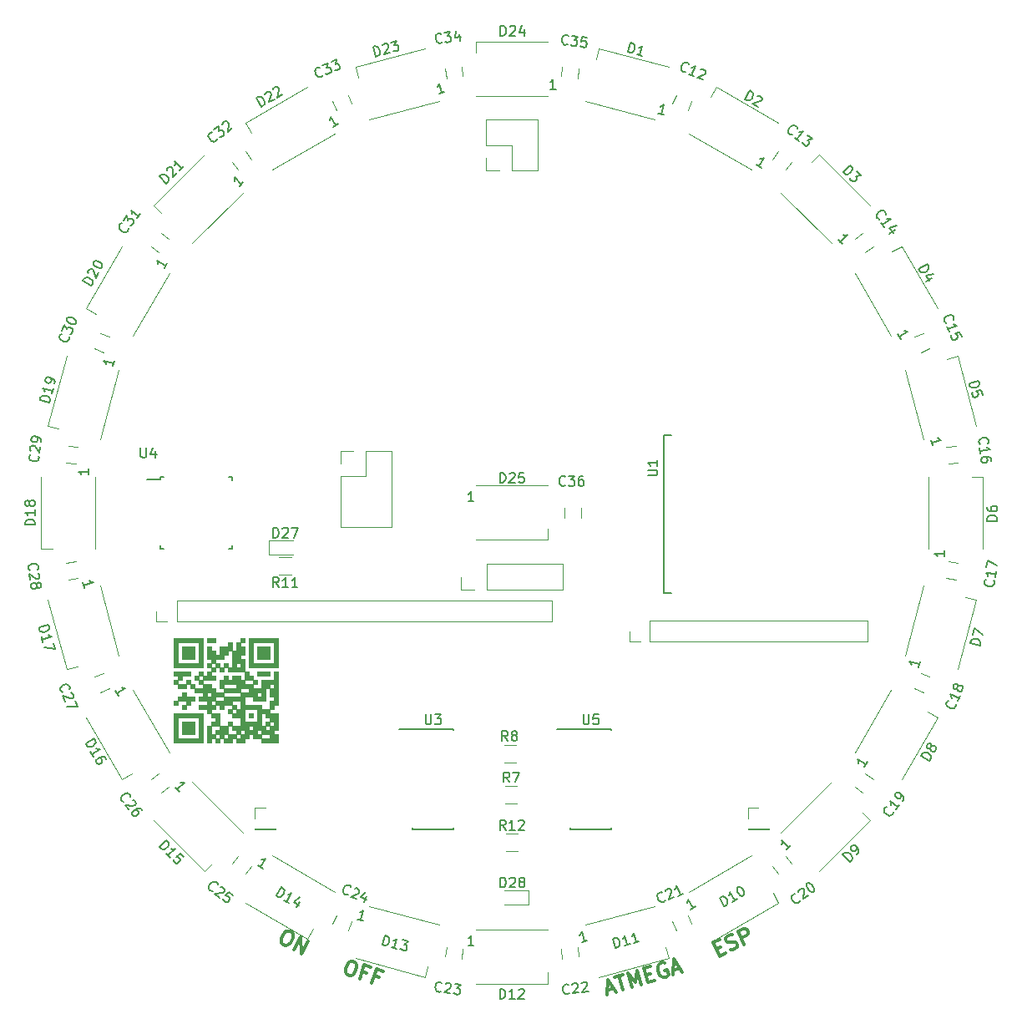
<source format=gto>
G04 #@! TF.GenerationSoftware,KiCad,Pcbnew,(5.0.0)*
G04 #@! TF.CreationDate,2018-09-11T12:34:07+02:00*
G04 #@! TF.ProjectId,hal9k-badge,68616C396B2D62616467652E6B696361,rev?*
G04 #@! TF.SameCoordinates,PX5f5e100PY8f0d180*
G04 #@! TF.FileFunction,Legend,Top*
G04 #@! TF.FilePolarity,Positive*
%FSLAX46Y46*%
G04 Gerber Fmt 4.6, Leading zero omitted, Abs format (unit mm)*
G04 Created by KiCad (PCBNEW (5.0.0)) date 09/11/18 12:34:07*
%MOMM*%
%LPD*%
G01*
G04 APERTURE LIST*
%ADD10C,0.300000*%
%ADD11C,0.150000*%
%ADD12C,0.120000*%
%ADD13C,0.152400*%
%ADD14C,0.010000*%
G04 APERTURE END LIST*
D10*
X70706312Y5782429D02*
X71159466Y5993739D01*
X71685732Y5372201D02*
X71038369Y5070330D01*
X70404442Y6429792D01*
X71051805Y6731662D01*
X72173435Y5678433D02*
X72397831Y5704258D01*
X72721512Y5855193D01*
X72820798Y5980303D01*
X72855347Y6075227D01*
X72859709Y6234886D01*
X72799335Y6364359D01*
X72674225Y6463644D01*
X72579302Y6498193D01*
X72419642Y6502556D01*
X72130510Y6446544D01*
X71970851Y6450906D01*
X71875927Y6485455D01*
X71750817Y6584741D01*
X71690443Y6714213D01*
X71694805Y6873873D01*
X71729354Y6968796D01*
X71828640Y7093907D01*
X72152321Y7244842D01*
X72376717Y7270666D01*
X73563084Y6247624D02*
X72929157Y7607086D01*
X73447047Y7848582D01*
X73606706Y7844220D01*
X73701630Y7809671D01*
X73826740Y7710385D01*
X73917301Y7516176D01*
X73912939Y7356517D01*
X73878389Y7261593D01*
X73779104Y7136483D01*
X73261214Y6894987D01*
X59664488Y1563205D02*
X60347563Y1772042D01*
X59653176Y1111593D02*
X59692770Y2692236D01*
X60609480Y1403964D01*
X60444153Y2921956D02*
X61263842Y3172561D01*
X61292555Y1612801D02*
X60853998Y3047258D01*
X62180552Y1884289D02*
X61741995Y3318746D01*
X62533403Y2440320D01*
X62698300Y3611118D01*
X63136857Y2176661D01*
X63590211Y3136880D02*
X64068364Y3283066D01*
X64503007Y2594335D02*
X63819932Y2385498D01*
X63381374Y3819955D01*
X64064449Y4028792D01*
X65451483Y4378158D02*
X65293984Y4404698D01*
X65089062Y4342047D01*
X64905023Y4211089D01*
X64810175Y4032706D01*
X64783635Y3875208D01*
X64798862Y3581094D01*
X64861513Y3376172D01*
X65013356Y3123825D01*
X65123431Y3008094D01*
X65301813Y2913247D01*
X65527619Y2907590D01*
X65664234Y2949358D01*
X65848273Y3080316D01*
X65895697Y3169507D01*
X65749511Y3647660D01*
X65476281Y3564125D01*
X66358622Y3609807D02*
X67041696Y3818644D01*
X66347309Y3158195D02*
X66386904Y4738838D01*
X67303614Y3450566D01*
X33795183Y4562678D02*
X34066913Y4474388D01*
X34180706Y4362310D01*
X34272426Y4182299D01*
X34252068Y3888496D01*
X34097559Y3412968D01*
X33941336Y3163310D01*
X33761326Y3071590D01*
X33603388Y3047803D01*
X33331657Y3136094D01*
X33217865Y3248171D01*
X33126145Y3428182D01*
X33146503Y3721985D01*
X33301011Y4197513D01*
X33457234Y4447171D01*
X33637245Y4538891D01*
X33795183Y4562678D01*
X35272772Y3331536D02*
X34797243Y3486045D01*
X34554444Y2738786D02*
X35017970Y4165371D01*
X35697296Y3944644D01*
X36495558Y2934229D02*
X36020030Y3088737D01*
X35777231Y2341478D02*
X36240757Y3768063D01*
X36920083Y3547337D01*
X27435757Y7601217D02*
X27688028Y7467082D01*
X27780629Y7336947D01*
X27839697Y7143744D01*
X27768630Y6857940D01*
X27533895Y6416466D01*
X27336692Y6197729D01*
X27143489Y6138661D01*
X26983820Y6142661D01*
X26731550Y6276795D01*
X26638948Y6406930D01*
X26579880Y6600133D01*
X26650947Y6885938D01*
X26885683Y7327411D01*
X27082885Y7546148D01*
X27276088Y7605216D01*
X27435757Y7601217D01*
X27866768Y5673189D02*
X28570975Y6997610D01*
X28623580Y5270785D01*
X29327788Y6595206D01*
D11*
G04 #@! TO.C,U5*
X55925000Y28075000D02*
X55925000Y28050000D01*
X60075000Y28075000D02*
X60075000Y27970000D01*
X60075000Y17925000D02*
X60075000Y18030000D01*
X55925000Y17925000D02*
X55925000Y18030000D01*
X55925000Y28075000D02*
X60075000Y28075000D01*
X55925000Y17925000D02*
X60075000Y17925000D01*
X55925000Y28050000D02*
X54550000Y28050000D01*
D12*
G04 #@! TO.C,D7*
X89865676Y35539266D02*
X91755055Y42590525D01*
X95178269Y34115761D02*
X97067648Y41167020D01*
X97067648Y41167020D02*
X95956833Y41464662D01*
G04 #@! TO.C,D8*
X84764573Y25714007D02*
X88414572Y32035993D01*
X89527714Y22964007D02*
X93177713Y29285993D01*
X93177713Y29285993D02*
X92181784Y29860993D01*
G04 #@! TO.C,D9*
X77294322Y17543799D02*
X82456200Y22705679D01*
X81183410Y13654711D02*
X86345288Y18816591D01*
X86345288Y18816591D02*
X85532116Y19629764D01*
G04 #@! TO.C,D10*
X67964007Y11585427D02*
X74285992Y15235428D01*
X70714008Y6822286D02*
X77035993Y10472287D01*
X77035993Y10472287D02*
X76460993Y11468216D01*
G04 #@! TO.C,D11*
X57409475Y8244945D02*
X64460734Y10134325D01*
X58832980Y2932351D02*
X65884239Y4821731D01*
X65884239Y4821731D02*
X65586597Y5932546D01*
G04 #@! TO.C,D12*
X46350000Y7750000D02*
X53650000Y7750001D01*
X46350000Y2249999D02*
X53650000Y2250000D01*
X53650000Y2250000D02*
X53650000Y3400000D01*
G04 #@! TO.C,D13*
X35539266Y10134324D02*
X42590525Y8244945D01*
X34115761Y4821731D02*
X41167020Y2932352D01*
X41167020Y2932352D02*
X41464662Y4043167D01*
G04 #@! TO.C,D14*
X25714007Y15235427D02*
X32035993Y11585428D01*
X22964007Y10472286D02*
X29285993Y6822287D01*
X29285993Y6822287D02*
X29860993Y7818216D01*
G04 #@! TO.C,D15*
X17543799Y22705678D02*
X22705679Y17543800D01*
X13654711Y18816590D02*
X18816591Y13654712D01*
X18816591Y13654712D02*
X19629764Y14467884D01*
G04 #@! TO.C,D16*
X11585427Y32035993D02*
X15235428Y25714008D01*
X6822286Y29285992D02*
X10472287Y22964007D01*
X10472287Y22964007D02*
X11468216Y23539007D01*
G04 #@! TO.C,D17*
X8244945Y42590525D02*
X10134325Y35539266D01*
X2932351Y41167020D02*
X4821731Y34115761D01*
X4821731Y34115761D02*
X5932546Y34413403D01*
G04 #@! TO.C,D18*
X7750000Y53650000D02*
X7750001Y46350000D01*
X2249999Y53650000D02*
X2250000Y46350000D01*
X2250000Y46350000D02*
X3400000Y46350000D01*
G04 #@! TO.C,D19*
X10134324Y64460734D02*
X8244945Y57409475D01*
X4821731Y65884239D02*
X2932352Y58832980D01*
X2932352Y58832980D02*
X4043167Y58535338D01*
G04 #@! TO.C,D20*
X15235427Y74285993D02*
X11585428Y67964007D01*
X10472286Y77035993D02*
X6822287Y70714007D01*
X6822287Y70714007D02*
X7818216Y70139007D01*
G04 #@! TO.C,D21*
X22705678Y82456201D02*
X17543800Y77294321D01*
X18816590Y86345289D02*
X13654712Y81183409D01*
X13654712Y81183409D02*
X14467884Y80370236D01*
G04 #@! TO.C,D22*
X32035993Y88414573D02*
X25714008Y84764572D01*
X29285992Y93177714D02*
X22964007Y89527713D01*
X22964007Y89527713D02*
X23539007Y88531784D01*
G04 #@! TO.C,D23*
X42590525Y91755055D02*
X35539266Y89865675D01*
X41167020Y97067649D02*
X34115761Y95178269D01*
X34115761Y95178269D02*
X34413403Y94067454D01*
G04 #@! TO.C,D24*
X53650000Y92250000D02*
X46350000Y92249999D01*
X53650000Y97750001D02*
X46350000Y97750000D01*
X46350000Y97750000D02*
X46350000Y96600000D01*
G04 #@! TO.C,D1*
X64460734Y89865676D02*
X57409475Y91755055D01*
X65884239Y95178269D02*
X58832980Y97067648D01*
X58832980Y97067648D02*
X58535338Y95956833D01*
G04 #@! TO.C,D2*
X74285993Y84764573D02*
X67964007Y88414572D01*
X77035993Y89527714D02*
X70714007Y93177713D01*
X70714007Y93177713D02*
X70139007Y92181784D01*
G04 #@! TO.C,D3*
X82456201Y77294322D02*
X77294321Y82456200D01*
X86345289Y81183410D02*
X81183409Y86345288D01*
X81183409Y86345288D02*
X80370236Y85532116D01*
G04 #@! TO.C,D4*
X88414573Y67964007D02*
X84764572Y74285992D01*
X93177714Y70714008D02*
X89527713Y77035993D01*
X89527713Y77035993D02*
X88531784Y76460993D01*
G04 #@! TO.C,D5*
X91755055Y57409475D02*
X89865675Y64460734D01*
X97067649Y58832980D02*
X95178269Y65884239D01*
X95178269Y65884239D02*
X94067454Y65586597D01*
G04 #@! TO.C,D6*
X92250000Y46350000D02*
X92249999Y53650000D01*
X97750001Y46350000D02*
X97750000Y53650000D01*
X97750000Y53650000D02*
X96600000Y53650000D01*
G04 #@! TO.C,D25*
X46350000Y52750000D02*
X53650000Y52750001D01*
X46350000Y47249999D02*
X53650000Y47250000D01*
X53650000Y47250000D02*
X53650000Y48400000D01*
G04 #@! TO.C,C18*
X92361799Y33373202D02*
X91437919Y33755885D01*
X90787357Y32185290D02*
X91711237Y31802607D01*
G04 #@! TO.C,C19*
X86615024Y22975707D02*
X85821671Y23584468D01*
X84786776Y22235767D02*
X85580129Y21627006D01*
G04 #@! TO.C,C20*
X78372995Y14419872D02*
X77764234Y15213225D01*
X76415533Y14178330D02*
X77024294Y13384977D01*
G04 #@! TO.C,C21*
X68197394Y8288763D02*
X67814711Y9212643D01*
X66244116Y8562081D02*
X66626799Y7638201D01*
G04 #@! TO.C,C22*
X56781670Y5000207D02*
X56651144Y5991652D01*
X54965688Y5769757D02*
X55096214Y4778312D01*
G04 #@! TO.C,C23*
X44903787Y4778312D02*
X45034313Y5769757D01*
X43348857Y5991652D02*
X43218331Y5000207D01*
G04 #@! TO.C,C24*
X33373202Y7638201D02*
X33755885Y8562081D01*
X32185290Y9212643D02*
X31802607Y8288763D01*
G04 #@! TO.C,C25*
X22975707Y13384976D02*
X23584468Y14178329D01*
X22235767Y15213224D02*
X21627006Y14419871D01*
G04 #@! TO.C,C26*
X14419872Y21627005D02*
X15213225Y22235766D01*
X14178330Y23584467D02*
X13384977Y22975706D01*
G04 #@! TO.C,C27*
X8288763Y31802606D02*
X9212643Y32185289D01*
X8562081Y33755884D02*
X7638201Y33373201D01*
G04 #@! TO.C,C28*
X5000207Y43218330D02*
X5991652Y43348856D01*
X5769757Y45034312D02*
X4778312Y44903786D01*
G04 #@! TO.C,C29*
X4778312Y55096213D02*
X5769757Y54965687D01*
X5991652Y56651143D02*
X5000207Y56781669D01*
G04 #@! TO.C,C30*
X7638201Y66626798D02*
X8562081Y66244115D01*
X9212643Y67814710D02*
X8288763Y68197393D01*
G04 #@! TO.C,C31*
X13384976Y77024293D02*
X14178329Y76415532D01*
X15213224Y77764233D02*
X14419871Y78372994D01*
G04 #@! TO.C,C32*
X21627005Y85580128D02*
X22235766Y84786775D01*
X23584467Y85821670D02*
X22975706Y86615023D01*
G04 #@! TO.C,C33*
X31802606Y91711237D02*
X32185289Y90787357D01*
X33755884Y91437919D02*
X33373201Y92361799D01*
G04 #@! TO.C,C34*
X43218330Y94999793D02*
X43348856Y94008348D01*
X45034312Y94230243D02*
X44903786Y95221688D01*
G04 #@! TO.C,C35*
X55096213Y95221688D02*
X54965687Y94230243D01*
X56651143Y94008348D02*
X56781669Y94999793D01*
G04 #@! TO.C,C12*
X66626798Y92361799D02*
X66244115Y91437919D01*
X67814710Y90787357D02*
X68197393Y91711237D01*
G04 #@! TO.C,C13*
X77024293Y86615024D02*
X76415532Y85821671D01*
X77764233Y84786776D02*
X78372994Y85580129D01*
G04 #@! TO.C,C14*
X85580128Y78372995D02*
X84786775Y77764234D01*
X85821670Y76415533D02*
X86615023Y77024294D01*
G04 #@! TO.C,C15*
X91711237Y68197394D02*
X90787357Y67814711D01*
X91437919Y66244116D02*
X92361799Y66626799D01*
G04 #@! TO.C,C16*
X94999793Y56781670D02*
X94008348Y56651144D01*
X94230243Y54965688D02*
X95221688Y55096214D01*
G04 #@! TO.C,C17*
X94008348Y43348857D02*
X94999793Y43218331D01*
X95221688Y44903787D02*
X94230243Y45034313D01*
G04 #@! TO.C,C36*
X55340000Y50490000D02*
X55340000Y49490000D01*
X57040000Y49490000D02*
X57040000Y50490000D01*
G04 #@! TO.C,J6*
X32600000Y56290000D02*
X33930000Y56290000D01*
X32600000Y54960000D02*
X32600000Y56290000D01*
X35200000Y56290000D02*
X37800000Y56290000D01*
X35200000Y53690000D02*
X35200000Y56290000D01*
X32600000Y53690000D02*
X35200000Y53690000D01*
X37800000Y56290000D02*
X37800000Y48550000D01*
X32600000Y53690000D02*
X32600000Y48550000D01*
X32600000Y48550000D02*
X37800000Y48550000D01*
G04 #@! TO.C,J7*
X47400000Y84670000D02*
X47400000Y86000000D01*
X48730000Y84670000D02*
X47400000Y84670000D01*
X47400000Y87270000D02*
X47400000Y89870000D01*
X50000000Y87270000D02*
X47400000Y87270000D01*
X50000000Y84670000D02*
X50000000Y87270000D01*
X47400000Y89870000D02*
X52600000Y89870000D01*
X50000000Y84670000D02*
X52600000Y84670000D01*
X52600000Y84670000D02*
X52600000Y89870000D01*
G04 #@! TO.C,J8*
X55140000Y42170000D02*
X55140000Y44830000D01*
X47460000Y42170000D02*
X55140000Y42170000D01*
X47460000Y44830000D02*
X55140000Y44830000D01*
X47460000Y42170000D02*
X47460000Y44830000D01*
X46190000Y42170000D02*
X44860000Y42170000D01*
X44860000Y42170000D02*
X44860000Y43500000D01*
G04 #@! TO.C,R7*
X49290000Y22300000D02*
X50490000Y22300000D01*
X50490000Y20540000D02*
X49290000Y20540000D01*
G04 #@! TO.C,R8*
X50420000Y24650000D02*
X49220000Y24650000D01*
X49220000Y26410000D02*
X50420000Y26410000D01*
G04 #@! TO.C,R11*
X26400000Y45480000D02*
X27600000Y45480000D01*
X27600000Y43720000D02*
X26400000Y43720000D01*
G04 #@! TO.C,R12*
X49400000Y17480000D02*
X50600000Y17480000D01*
X50600000Y15720000D02*
X49400000Y15720000D01*
D11*
G04 #@! TO.C,U3*
X39925000Y28050000D02*
X38550000Y28050000D01*
X39925000Y17925000D02*
X44075000Y17925000D01*
X39925000Y28075000D02*
X44075000Y28075000D01*
X39925000Y17925000D02*
X39925000Y18030000D01*
X44075000Y17925000D02*
X44075000Y18030000D01*
X44075000Y28075000D02*
X44075000Y27970000D01*
X39925000Y28075000D02*
X39925000Y28050000D01*
G04 #@! TO.C,U4*
X14375000Y53625000D02*
X14375000Y53400000D01*
X21625000Y53625000D02*
X21625000Y53300000D01*
X21625000Y46375000D02*
X21625000Y46700000D01*
X14375000Y46375000D02*
X14375000Y46700000D01*
X14375000Y53625000D02*
X14700000Y53625000D01*
X14375000Y46375000D02*
X14700000Y46375000D01*
X21625000Y46375000D02*
X21300000Y46375000D01*
X21625000Y53625000D02*
X21300000Y53625000D01*
X14375000Y53400000D02*
X12950000Y53400000D01*
D12*
G04 #@! TO.C,D27*
X27800000Y47235000D02*
X25340000Y47235000D01*
X25340000Y47235000D02*
X25340000Y45765000D01*
X25340000Y45765000D02*
X27800000Y45765000D01*
G04 #@! TO.C,D28*
X51660000Y11735000D02*
X49200000Y11735000D01*
X51660000Y10265000D02*
X51660000Y11735000D01*
X49200000Y10265000D02*
X51660000Y10265000D01*
D13*
G04 #@! TO.C,U1*
X65379000Y41864000D02*
X66141000Y41864000D01*
X65379000Y57866000D02*
X65379000Y41864000D01*
X66141000Y57866000D02*
X65379000Y57866000D01*
D12*
G04 #@! TO.C,J13*
X23940000Y17940000D02*
X26060000Y17940000D01*
X23940000Y18000000D02*
X23940000Y17940000D01*
X26060000Y18000000D02*
X26060000Y17940000D01*
X23940000Y18000000D02*
X26060000Y18000000D01*
X23940000Y19000000D02*
X23940000Y20060000D01*
X23940000Y20060000D02*
X25000000Y20060000D01*
G04 #@! TO.C,J14*
X73940000Y20060000D02*
X75000000Y20060000D01*
X73940000Y19000000D02*
X73940000Y20060000D01*
X73940000Y18000000D02*
X76060000Y18000000D01*
X76060000Y18000000D02*
X76060000Y17940000D01*
X73940000Y18000000D02*
X73940000Y17940000D01*
X73940000Y17940000D02*
X76060000Y17940000D01*
G04 #@! TO.C,J15*
X54060000Y38940000D02*
X54060000Y41060000D01*
X16000000Y38940000D02*
X54060000Y38940000D01*
X16000000Y41060000D02*
X54060000Y41060000D01*
X16000000Y38940000D02*
X16000000Y41060000D01*
X15000000Y38940000D02*
X13940000Y38940000D01*
X13940000Y38940000D02*
X13940000Y40000000D01*
G04 #@! TO.C,J16*
X86060000Y36940000D02*
X86060000Y39060000D01*
X64000000Y36940000D02*
X86060000Y36940000D01*
X64000000Y39060000D02*
X86060000Y39060000D01*
X64000000Y36940000D02*
X64000000Y39060000D01*
X63000000Y36940000D02*
X61940000Y36940000D01*
X61940000Y36940000D02*
X61940000Y38000000D01*
D14*
G04 #@! TO.C,*
G36*
X25445000Y35175000D02*
X24175000Y35175000D01*
X24175000Y36445000D01*
X25445000Y36445000D01*
X25445000Y35175000D01*
X25445000Y35175000D01*
G37*
X25445000Y35175000D02*
X24175000Y35175000D01*
X24175000Y36445000D01*
X25445000Y36445000D01*
X25445000Y35175000D01*
G36*
X17825000Y35175000D02*
X16555000Y35175000D01*
X16555000Y36445000D01*
X17825000Y36445000D01*
X17825000Y35175000D01*
X17825000Y35175000D01*
G37*
X17825000Y35175000D02*
X16555000Y35175000D01*
X16555000Y36445000D01*
X17825000Y36445000D01*
X17825000Y35175000D01*
G36*
X23751667Y29248333D02*
X23328333Y29248333D01*
X23328333Y29671667D01*
X23751667Y29671667D01*
X23751667Y29248333D01*
X23751667Y29248333D01*
G37*
X23751667Y29248333D02*
X23328333Y29248333D01*
X23328333Y29671667D01*
X23751667Y29671667D01*
X23751667Y29248333D01*
G36*
X25445000Y28401667D02*
X25021667Y28401667D01*
X25021667Y28825000D01*
X25445000Y28825000D01*
X25445000Y28401667D01*
X25445000Y28401667D01*
G37*
X25445000Y28401667D02*
X25021667Y28401667D01*
X25021667Y28825000D01*
X25445000Y28825000D01*
X25445000Y28401667D01*
G36*
X20788333Y33905000D02*
X20365000Y33905000D01*
X20365000Y34328333D01*
X20788333Y34328333D01*
X20788333Y33905000D01*
X20788333Y33905000D01*
G37*
X20788333Y33905000D02*
X20365000Y33905000D01*
X20365000Y34328333D01*
X20788333Y34328333D01*
X20788333Y33905000D01*
G36*
X19941667Y34328333D02*
X19941667Y34751667D01*
X20365000Y34751667D01*
X20365000Y34328333D01*
X19941667Y34328333D01*
X19941667Y34328333D01*
G37*
X19941667Y34328333D02*
X19941667Y34751667D01*
X20365000Y34751667D01*
X20365000Y34328333D01*
X19941667Y34328333D01*
G36*
X20788333Y34751667D02*
X21211667Y34751667D01*
X21211667Y34328333D01*
X20788333Y34328333D01*
X20788333Y34751667D01*
X20788333Y34751667D01*
G37*
X20788333Y34751667D02*
X21211667Y34751667D01*
X21211667Y34328333D01*
X20788333Y34328333D01*
X20788333Y34751667D01*
G36*
X21635000Y30518333D02*
X22058333Y30518333D01*
X22058333Y30095000D01*
X21635000Y30095000D01*
X21635000Y30518333D01*
X21635000Y30518333D01*
G37*
X21635000Y30518333D02*
X22058333Y30518333D01*
X22058333Y30095000D01*
X21635000Y30095000D01*
X21635000Y30518333D01*
G36*
X21635000Y29671667D02*
X21211667Y29671667D01*
X21211667Y30095000D01*
X21635000Y30095000D01*
X21635000Y29671667D01*
X21635000Y29671667D01*
G37*
X21635000Y29671667D02*
X21211667Y29671667D01*
X21211667Y30095000D01*
X21635000Y30095000D01*
X21635000Y29671667D01*
G36*
X21635000Y28401667D02*
X21211667Y28401667D01*
X21211667Y28825000D01*
X21635000Y28825000D01*
X21635000Y28401667D01*
X21635000Y28401667D01*
G37*
X21635000Y28401667D02*
X21211667Y28401667D01*
X21211667Y28825000D01*
X21635000Y28825000D01*
X21635000Y28401667D01*
G36*
X17825000Y27555000D02*
X16555000Y27555000D01*
X16555000Y28825000D01*
X17825000Y28825000D01*
X17825000Y27555000D01*
X17825000Y27555000D01*
G37*
X17825000Y27555000D02*
X16555000Y27555000D01*
X16555000Y28825000D01*
X17825000Y28825000D01*
X17825000Y27555000D01*
G36*
X19941667Y36868333D02*
X19095000Y36868333D01*
X19095000Y37291667D01*
X19941667Y37291667D01*
X19941667Y36868333D01*
X19941667Y36868333D01*
G37*
X19941667Y36868333D02*
X19095000Y36868333D01*
X19095000Y37291667D01*
X19941667Y37291667D01*
X19941667Y36868333D01*
G36*
X26291667Y34328333D02*
X23328333Y34328333D01*
X23328333Y36868333D01*
X23751667Y36868333D01*
X23751667Y34751667D01*
X25868333Y34751667D01*
X25868333Y36868333D01*
X23751667Y36868333D01*
X23328333Y36868333D01*
X23328333Y37291667D01*
X26291667Y37291667D01*
X26291667Y34328333D01*
X26291667Y34328333D01*
G37*
X26291667Y34328333D02*
X23328333Y34328333D01*
X23328333Y36868333D01*
X23751667Y36868333D01*
X23751667Y34751667D01*
X25868333Y34751667D01*
X25868333Y36868333D01*
X23751667Y36868333D01*
X23328333Y36868333D01*
X23328333Y37291667D01*
X26291667Y37291667D01*
X26291667Y34328333D01*
G36*
X18671667Y34328333D02*
X15708333Y34328333D01*
X15708333Y36868333D01*
X16131667Y36868333D01*
X16131667Y34751667D01*
X18248333Y34751667D01*
X18248333Y36868333D01*
X16131667Y36868333D01*
X15708333Y36868333D01*
X15708333Y37291667D01*
X18671667Y37291667D01*
X18671667Y34328333D01*
X18671667Y34328333D01*
G37*
X18671667Y34328333D02*
X15708333Y34328333D01*
X15708333Y36868333D01*
X16131667Y36868333D01*
X16131667Y34751667D01*
X18248333Y34751667D01*
X18248333Y36868333D01*
X16131667Y36868333D01*
X15708333Y36868333D01*
X15708333Y37291667D01*
X18671667Y37291667D01*
X18671667Y34328333D01*
G36*
X25445000Y33481667D02*
X24175000Y33481667D01*
X24175000Y33905000D01*
X25445000Y33905000D01*
X25445000Y33481667D01*
X25445000Y33481667D01*
G37*
X25445000Y33481667D02*
X24175000Y33481667D01*
X24175000Y33905000D01*
X25445000Y33905000D01*
X25445000Y33481667D01*
G36*
X16978333Y30941667D02*
X16131667Y30941667D01*
X16131667Y31365000D01*
X16555000Y31365000D01*
X16555000Y31788333D01*
X16978333Y31788333D01*
X16978333Y31365000D01*
X17825000Y31365000D01*
X17825000Y30941667D01*
X17401667Y30941667D01*
X17401667Y30518333D01*
X16978333Y30518333D01*
X16978333Y30941667D01*
X16978333Y30941667D01*
G37*
X16978333Y30941667D02*
X16131667Y30941667D01*
X16131667Y31365000D01*
X16555000Y31365000D01*
X16555000Y31788333D01*
X16978333Y31788333D01*
X16978333Y31365000D01*
X17825000Y31365000D01*
X17825000Y30941667D01*
X17401667Y30941667D01*
X17401667Y30518333D01*
X16978333Y30518333D01*
X16978333Y30941667D01*
G36*
X16978333Y30095000D02*
X16555000Y30095000D01*
X16555000Y30518333D01*
X16978333Y30518333D01*
X16978333Y30095000D01*
X16978333Y30095000D01*
G37*
X16978333Y30095000D02*
X16555000Y30095000D01*
X16555000Y30518333D01*
X16978333Y30518333D01*
X16978333Y30095000D01*
G36*
X16131667Y30518333D02*
X15708333Y30518333D01*
X15708333Y30941667D01*
X16131667Y30941667D01*
X16131667Y30518333D01*
X16131667Y30518333D01*
G37*
X16131667Y30518333D02*
X15708333Y30518333D01*
X15708333Y30941667D01*
X16131667Y30941667D01*
X16131667Y30518333D01*
G36*
X16978333Y32211667D02*
X16131667Y32211667D01*
X16131667Y32635000D01*
X16978333Y32635000D01*
X16978333Y32211667D01*
X16978333Y32211667D01*
G37*
X16978333Y32211667D02*
X16131667Y32211667D01*
X16131667Y32635000D01*
X16978333Y32635000D01*
X16978333Y32211667D01*
G36*
X15708333Y32635000D02*
X15708333Y33058333D01*
X16131667Y33058333D01*
X16131667Y32635000D01*
X15708333Y32635000D01*
X15708333Y32635000D01*
G37*
X15708333Y32635000D02*
X15708333Y33058333D01*
X16131667Y33058333D01*
X16131667Y32635000D01*
X15708333Y32635000D01*
G36*
X16131667Y33481667D02*
X15708333Y33481667D01*
X15708333Y33905000D01*
X17401667Y33905000D01*
X17401667Y33481667D01*
X16555000Y33481667D01*
X16555000Y33058333D01*
X16131667Y33058333D01*
X16131667Y33481667D01*
X16131667Y33481667D01*
G37*
X16131667Y33481667D02*
X15708333Y33481667D01*
X15708333Y33905000D01*
X17401667Y33905000D01*
X17401667Y33481667D01*
X16555000Y33481667D01*
X16555000Y33058333D01*
X16131667Y33058333D01*
X16131667Y33481667D01*
G36*
X18671667Y32211667D02*
X18671667Y32635000D01*
X19518333Y32635000D01*
X19518333Y32211667D01*
X19941667Y32211667D01*
X19941667Y31788333D01*
X20788333Y31788333D01*
X20788333Y31365000D01*
X22481667Y31365000D01*
X22905000Y31365000D01*
X22905000Y30518333D01*
X24598333Y30518333D01*
X24598333Y30095000D01*
X25445000Y30095000D01*
X25445000Y30941667D01*
X25868333Y30941667D01*
X25868333Y31365000D01*
X25445000Y31365000D01*
X25445000Y32211667D01*
X25021667Y32211667D01*
X25021667Y30941667D01*
X23751667Y30941667D01*
X23751667Y31365000D01*
X22905000Y31365000D01*
X22481667Y31365000D01*
X22481667Y31788333D01*
X20788333Y31788333D01*
X20788333Y32211667D01*
X20365000Y32211667D01*
X20365000Y32635000D01*
X20788333Y32635000D01*
X20788333Y32211667D01*
X22058333Y32211667D01*
X22481667Y32211667D01*
X22481667Y31788333D01*
X23328333Y31788333D01*
X24175000Y31788333D01*
X24175000Y31365000D01*
X24598333Y31365000D01*
X24598333Y31788333D01*
X24175000Y31788333D01*
X23328333Y31788333D01*
X23328333Y32211667D01*
X22481667Y32211667D01*
X22058333Y32211667D01*
X22058333Y32635000D01*
X22905000Y32635000D01*
X23751667Y32635000D01*
X23751667Y33058333D01*
X22905000Y33058333D01*
X22905000Y32635000D01*
X22058333Y32635000D01*
X20788333Y32635000D01*
X20365000Y32635000D01*
X20365000Y33058333D01*
X20788333Y33058333D01*
X20788333Y33481667D01*
X21211667Y33481667D01*
X21211667Y33058333D01*
X21635000Y33058333D01*
X21635000Y33481667D01*
X22481667Y33481667D01*
X22481667Y33058333D01*
X22905000Y33058333D01*
X22905000Y33905000D01*
X21211667Y33905000D01*
X21211667Y34328333D01*
X21635000Y34328333D01*
X21635000Y34751667D01*
X22058333Y34751667D01*
X22058333Y34328333D01*
X22481667Y34328333D01*
X22481667Y34751667D01*
X22058333Y34751667D01*
X21635000Y34751667D01*
X21635000Y36021667D01*
X21211667Y36021667D01*
X21211667Y35598333D01*
X20788333Y35598333D01*
X20788333Y35175000D01*
X19941667Y35175000D01*
X19941667Y34751667D01*
X19518333Y34751667D01*
X19518333Y34328333D01*
X19941667Y34328333D01*
X19941667Y33905000D01*
X19518333Y33905000D01*
X19518333Y33481667D01*
X19941667Y33481667D01*
X19941667Y33058333D01*
X18671667Y33058333D01*
X18671667Y32635000D01*
X18248333Y32635000D01*
X18248333Y33058333D01*
X17825000Y33058333D01*
X17825000Y33481667D01*
X18248333Y33481667D01*
X18248333Y33058333D01*
X18671667Y33058333D01*
X18671667Y33481667D01*
X18248333Y33481667D01*
X18248333Y33905000D01*
X18671667Y33905000D01*
X18671667Y33481667D01*
X19095000Y33481667D01*
X19095000Y33905000D01*
X19518333Y33905000D01*
X19518333Y34328333D01*
X19095000Y34328333D01*
X19095000Y34751667D01*
X19518333Y34751667D01*
X19518333Y35175000D01*
X19095000Y35175000D01*
X19095000Y36445000D01*
X19518333Y36445000D01*
X19518333Y36021667D01*
X19941667Y36021667D01*
X19941667Y35598333D01*
X20365000Y35598333D01*
X20365000Y36445000D01*
X21211667Y36445000D01*
X21211667Y36868333D01*
X21635000Y36868333D01*
X21635000Y36021667D01*
X22058333Y36021667D01*
X22058333Y36868333D01*
X22481667Y36868333D01*
X22481667Y36445000D01*
X22905000Y36445000D01*
X22905000Y35598333D01*
X22481667Y35598333D01*
X22481667Y35175000D01*
X22905000Y35175000D01*
X22905000Y33905000D01*
X23328333Y33905000D01*
X23328333Y33481667D01*
X23751667Y33481667D01*
X23751667Y33058333D01*
X24175000Y33058333D01*
X24175000Y32635000D01*
X23751667Y32635000D01*
X23751667Y32211667D01*
X24598333Y32211667D01*
X24598333Y32635000D01*
X25445000Y32635000D01*
X25445000Y32211667D01*
X25868333Y32211667D01*
X25868333Y32635000D01*
X25445000Y32635000D01*
X24598333Y32635000D01*
X24598333Y33058333D01*
X25868333Y33058333D01*
X25868333Y33905000D01*
X26291667Y33905000D01*
X26291667Y30518333D01*
X25868333Y30518333D01*
X25868333Y30095000D01*
X25445000Y30095000D01*
X25445000Y29671667D01*
X26291667Y29671667D01*
X26291667Y27978333D01*
X25868333Y27978333D01*
X25868333Y27555000D01*
X26291667Y27555000D01*
X26291667Y26708333D01*
X24598333Y26708333D01*
X24598333Y27131667D01*
X25445000Y27131667D01*
X25445000Y27555000D01*
X24598333Y27555000D01*
X24598333Y27131667D01*
X23751667Y27131667D01*
X23751667Y27555000D01*
X23328333Y27555000D01*
X23328333Y27131667D01*
X22905000Y27131667D01*
X22905000Y26708333D01*
X22058333Y26708333D01*
X22058333Y27131667D01*
X21635000Y27131667D01*
X21635000Y26708333D01*
X20788333Y26708333D01*
X20788333Y27131667D01*
X20365000Y27131667D01*
X20365000Y26708333D01*
X19941667Y26708333D01*
X19941667Y27131667D01*
X20365000Y27131667D01*
X20365000Y27555000D01*
X20788333Y27555000D01*
X20788333Y27131667D01*
X21211667Y27131667D01*
X21211667Y27555000D01*
X20788333Y27555000D01*
X20365000Y27555000D01*
X19941667Y27555000D01*
X19941667Y27131667D01*
X19518333Y27131667D01*
X19518333Y26708333D01*
X19095000Y26708333D01*
X19095000Y28401667D01*
X19518333Y28401667D01*
X19518333Y27555000D01*
X19941667Y27555000D01*
X19941667Y27978333D01*
X20365000Y27978333D01*
X20365000Y28401667D01*
X19518333Y28401667D01*
X19518333Y28825000D01*
X19941667Y28825000D01*
X19941667Y29248333D01*
X19518333Y29248333D01*
X19518333Y29671667D01*
X19095000Y29671667D01*
X19095000Y30095000D01*
X19518333Y30095000D01*
X19518333Y29671667D01*
X20365000Y29671667D01*
X20365000Y28401667D01*
X21211667Y28401667D01*
X21211667Y27555000D01*
X22058333Y27555000D01*
X22058333Y27131667D01*
X22481667Y27131667D01*
X22481667Y27555000D01*
X22058333Y27555000D01*
X22058333Y27978333D01*
X22481667Y27978333D01*
X22481667Y27555000D01*
X22905000Y27555000D01*
X22905000Y27978333D01*
X22481667Y27978333D01*
X22058333Y27978333D01*
X21635000Y27978333D01*
X21635000Y28401667D01*
X22481667Y28401667D01*
X23328333Y28401667D01*
X23328333Y27978333D01*
X23751667Y27978333D01*
X24175000Y27978333D01*
X24175000Y27555000D01*
X24598333Y27555000D01*
X24598333Y27978333D01*
X24175000Y27978333D01*
X23751667Y27978333D01*
X23751667Y28401667D01*
X23328333Y28401667D01*
X22481667Y28401667D01*
X22481667Y29248333D01*
X21635000Y29248333D01*
X21635000Y29671667D01*
X22058333Y29671667D01*
X22058333Y30095000D01*
X22481667Y30095000D01*
X22905000Y30095000D01*
X22905000Y28825000D01*
X24175000Y28825000D01*
X24175000Y29671667D01*
X24598333Y29671667D01*
X24598333Y28401667D01*
X25021667Y28401667D01*
X25021667Y27978333D01*
X25445000Y27978333D01*
X25445000Y28401667D01*
X25868333Y28401667D01*
X25868333Y28825000D01*
X25445000Y28825000D01*
X25445000Y29248333D01*
X25021667Y29248333D01*
X25021667Y29671667D01*
X24598333Y29671667D01*
X24175000Y29671667D01*
X24175000Y30095000D01*
X22905000Y30095000D01*
X22481667Y30095000D01*
X22481667Y30941667D01*
X21635000Y30941667D01*
X21635000Y30518333D01*
X20788333Y30518333D01*
X20788333Y30095000D01*
X20365000Y30095000D01*
X20365000Y30518333D01*
X19941667Y30518333D01*
X19941667Y30095000D01*
X19518333Y30095000D01*
X19095000Y30095000D01*
X18248333Y30095000D01*
X18248333Y30518333D01*
X19095000Y30518333D01*
X19095000Y30941667D01*
X19518333Y30941667D01*
X19518333Y30518333D01*
X19941667Y30518333D01*
X19941667Y30941667D01*
X19518333Y30941667D01*
X19095000Y30941667D01*
X18248333Y30941667D01*
X18248333Y31365000D01*
X18671667Y31365000D01*
X18671667Y31788333D01*
X19095000Y31788333D01*
X19095000Y31365000D01*
X19518333Y31365000D01*
X19941667Y31365000D01*
X19941667Y30941667D01*
X20788333Y30941667D01*
X20788333Y31365000D01*
X19941667Y31365000D01*
X19518333Y31365000D01*
X19518333Y31788333D01*
X19095000Y31788333D01*
X18671667Y31788333D01*
X17825000Y31788333D01*
X17825000Y32211667D01*
X18671667Y32211667D01*
X18671667Y32211667D01*
G37*
X18671667Y32211667D02*
X18671667Y32635000D01*
X19518333Y32635000D01*
X19518333Y32211667D01*
X19941667Y32211667D01*
X19941667Y31788333D01*
X20788333Y31788333D01*
X20788333Y31365000D01*
X22481667Y31365000D01*
X22905000Y31365000D01*
X22905000Y30518333D01*
X24598333Y30518333D01*
X24598333Y30095000D01*
X25445000Y30095000D01*
X25445000Y30941667D01*
X25868333Y30941667D01*
X25868333Y31365000D01*
X25445000Y31365000D01*
X25445000Y32211667D01*
X25021667Y32211667D01*
X25021667Y30941667D01*
X23751667Y30941667D01*
X23751667Y31365000D01*
X22905000Y31365000D01*
X22481667Y31365000D01*
X22481667Y31788333D01*
X20788333Y31788333D01*
X20788333Y32211667D01*
X20365000Y32211667D01*
X20365000Y32635000D01*
X20788333Y32635000D01*
X20788333Y32211667D01*
X22058333Y32211667D01*
X22481667Y32211667D01*
X22481667Y31788333D01*
X23328333Y31788333D01*
X24175000Y31788333D01*
X24175000Y31365000D01*
X24598333Y31365000D01*
X24598333Y31788333D01*
X24175000Y31788333D01*
X23328333Y31788333D01*
X23328333Y32211667D01*
X22481667Y32211667D01*
X22058333Y32211667D01*
X22058333Y32635000D01*
X22905000Y32635000D01*
X23751667Y32635000D01*
X23751667Y33058333D01*
X22905000Y33058333D01*
X22905000Y32635000D01*
X22058333Y32635000D01*
X20788333Y32635000D01*
X20365000Y32635000D01*
X20365000Y33058333D01*
X20788333Y33058333D01*
X20788333Y33481667D01*
X21211667Y33481667D01*
X21211667Y33058333D01*
X21635000Y33058333D01*
X21635000Y33481667D01*
X22481667Y33481667D01*
X22481667Y33058333D01*
X22905000Y33058333D01*
X22905000Y33905000D01*
X21211667Y33905000D01*
X21211667Y34328333D01*
X21635000Y34328333D01*
X21635000Y34751667D01*
X22058333Y34751667D01*
X22058333Y34328333D01*
X22481667Y34328333D01*
X22481667Y34751667D01*
X22058333Y34751667D01*
X21635000Y34751667D01*
X21635000Y36021667D01*
X21211667Y36021667D01*
X21211667Y35598333D01*
X20788333Y35598333D01*
X20788333Y35175000D01*
X19941667Y35175000D01*
X19941667Y34751667D01*
X19518333Y34751667D01*
X19518333Y34328333D01*
X19941667Y34328333D01*
X19941667Y33905000D01*
X19518333Y33905000D01*
X19518333Y33481667D01*
X19941667Y33481667D01*
X19941667Y33058333D01*
X18671667Y33058333D01*
X18671667Y32635000D01*
X18248333Y32635000D01*
X18248333Y33058333D01*
X17825000Y33058333D01*
X17825000Y33481667D01*
X18248333Y33481667D01*
X18248333Y33058333D01*
X18671667Y33058333D01*
X18671667Y33481667D01*
X18248333Y33481667D01*
X18248333Y33905000D01*
X18671667Y33905000D01*
X18671667Y33481667D01*
X19095000Y33481667D01*
X19095000Y33905000D01*
X19518333Y33905000D01*
X19518333Y34328333D01*
X19095000Y34328333D01*
X19095000Y34751667D01*
X19518333Y34751667D01*
X19518333Y35175000D01*
X19095000Y35175000D01*
X19095000Y36445000D01*
X19518333Y36445000D01*
X19518333Y36021667D01*
X19941667Y36021667D01*
X19941667Y35598333D01*
X20365000Y35598333D01*
X20365000Y36445000D01*
X21211667Y36445000D01*
X21211667Y36868333D01*
X21635000Y36868333D01*
X21635000Y36021667D01*
X22058333Y36021667D01*
X22058333Y36868333D01*
X22481667Y36868333D01*
X22481667Y36445000D01*
X22905000Y36445000D01*
X22905000Y35598333D01*
X22481667Y35598333D01*
X22481667Y35175000D01*
X22905000Y35175000D01*
X22905000Y33905000D01*
X23328333Y33905000D01*
X23328333Y33481667D01*
X23751667Y33481667D01*
X23751667Y33058333D01*
X24175000Y33058333D01*
X24175000Y32635000D01*
X23751667Y32635000D01*
X23751667Y32211667D01*
X24598333Y32211667D01*
X24598333Y32635000D01*
X25445000Y32635000D01*
X25445000Y32211667D01*
X25868333Y32211667D01*
X25868333Y32635000D01*
X25445000Y32635000D01*
X24598333Y32635000D01*
X24598333Y33058333D01*
X25868333Y33058333D01*
X25868333Y33905000D01*
X26291667Y33905000D01*
X26291667Y30518333D01*
X25868333Y30518333D01*
X25868333Y30095000D01*
X25445000Y30095000D01*
X25445000Y29671667D01*
X26291667Y29671667D01*
X26291667Y27978333D01*
X25868333Y27978333D01*
X25868333Y27555000D01*
X26291667Y27555000D01*
X26291667Y26708333D01*
X24598333Y26708333D01*
X24598333Y27131667D01*
X25445000Y27131667D01*
X25445000Y27555000D01*
X24598333Y27555000D01*
X24598333Y27131667D01*
X23751667Y27131667D01*
X23751667Y27555000D01*
X23328333Y27555000D01*
X23328333Y27131667D01*
X22905000Y27131667D01*
X22905000Y26708333D01*
X22058333Y26708333D01*
X22058333Y27131667D01*
X21635000Y27131667D01*
X21635000Y26708333D01*
X20788333Y26708333D01*
X20788333Y27131667D01*
X20365000Y27131667D01*
X20365000Y26708333D01*
X19941667Y26708333D01*
X19941667Y27131667D01*
X20365000Y27131667D01*
X20365000Y27555000D01*
X20788333Y27555000D01*
X20788333Y27131667D01*
X21211667Y27131667D01*
X21211667Y27555000D01*
X20788333Y27555000D01*
X20365000Y27555000D01*
X19941667Y27555000D01*
X19941667Y27131667D01*
X19518333Y27131667D01*
X19518333Y26708333D01*
X19095000Y26708333D01*
X19095000Y28401667D01*
X19518333Y28401667D01*
X19518333Y27555000D01*
X19941667Y27555000D01*
X19941667Y27978333D01*
X20365000Y27978333D01*
X20365000Y28401667D01*
X19518333Y28401667D01*
X19518333Y28825000D01*
X19941667Y28825000D01*
X19941667Y29248333D01*
X19518333Y29248333D01*
X19518333Y29671667D01*
X19095000Y29671667D01*
X19095000Y30095000D01*
X19518333Y30095000D01*
X19518333Y29671667D01*
X20365000Y29671667D01*
X20365000Y28401667D01*
X21211667Y28401667D01*
X21211667Y27555000D01*
X22058333Y27555000D01*
X22058333Y27131667D01*
X22481667Y27131667D01*
X22481667Y27555000D01*
X22058333Y27555000D01*
X22058333Y27978333D01*
X22481667Y27978333D01*
X22481667Y27555000D01*
X22905000Y27555000D01*
X22905000Y27978333D01*
X22481667Y27978333D01*
X22058333Y27978333D01*
X21635000Y27978333D01*
X21635000Y28401667D01*
X22481667Y28401667D01*
X23328333Y28401667D01*
X23328333Y27978333D01*
X23751667Y27978333D01*
X24175000Y27978333D01*
X24175000Y27555000D01*
X24598333Y27555000D01*
X24598333Y27978333D01*
X24175000Y27978333D01*
X23751667Y27978333D01*
X23751667Y28401667D01*
X23328333Y28401667D01*
X22481667Y28401667D01*
X22481667Y29248333D01*
X21635000Y29248333D01*
X21635000Y29671667D01*
X22058333Y29671667D01*
X22058333Y30095000D01*
X22481667Y30095000D01*
X22905000Y30095000D01*
X22905000Y28825000D01*
X24175000Y28825000D01*
X24175000Y29671667D01*
X24598333Y29671667D01*
X24598333Y28401667D01*
X25021667Y28401667D01*
X25021667Y27978333D01*
X25445000Y27978333D01*
X25445000Y28401667D01*
X25868333Y28401667D01*
X25868333Y28825000D01*
X25445000Y28825000D01*
X25445000Y29248333D01*
X25021667Y29248333D01*
X25021667Y29671667D01*
X24598333Y29671667D01*
X24175000Y29671667D01*
X24175000Y30095000D01*
X22905000Y30095000D01*
X22481667Y30095000D01*
X22481667Y30941667D01*
X21635000Y30941667D01*
X21635000Y30518333D01*
X20788333Y30518333D01*
X20788333Y30095000D01*
X20365000Y30095000D01*
X20365000Y30518333D01*
X19941667Y30518333D01*
X19941667Y30095000D01*
X19518333Y30095000D01*
X19095000Y30095000D01*
X18248333Y30095000D01*
X18248333Y30518333D01*
X19095000Y30518333D01*
X19095000Y30941667D01*
X19518333Y30941667D01*
X19518333Y30518333D01*
X19941667Y30518333D01*
X19941667Y30941667D01*
X19518333Y30941667D01*
X19095000Y30941667D01*
X18248333Y30941667D01*
X18248333Y31365000D01*
X18671667Y31365000D01*
X18671667Y31788333D01*
X19095000Y31788333D01*
X19095000Y31365000D01*
X19518333Y31365000D01*
X19941667Y31365000D01*
X19941667Y30941667D01*
X20788333Y30941667D01*
X20788333Y31365000D01*
X19941667Y31365000D01*
X19518333Y31365000D01*
X19518333Y31788333D01*
X19095000Y31788333D01*
X18671667Y31788333D01*
X17825000Y31788333D01*
X17825000Y32211667D01*
X18671667Y32211667D01*
G36*
X22481667Y37291667D02*
X22905000Y37291667D01*
X22905000Y36868333D01*
X22481667Y36868333D01*
X22481667Y37291667D01*
X22481667Y37291667D01*
G37*
X22481667Y37291667D02*
X22905000Y37291667D01*
X22905000Y36868333D01*
X22481667Y36868333D01*
X22481667Y37291667D01*
G36*
X16978333Y33058333D02*
X17401667Y33058333D01*
X17401667Y32635000D01*
X16978333Y32635000D01*
X16978333Y33058333D01*
X16978333Y33058333D01*
G37*
X16978333Y33058333D02*
X17401667Y33058333D01*
X17401667Y32635000D01*
X16978333Y32635000D01*
X16978333Y33058333D01*
G36*
X17401667Y32211667D02*
X17401667Y32635000D01*
X17825000Y32635000D01*
X17825000Y32211667D01*
X17401667Y32211667D01*
X17401667Y32211667D01*
G37*
X17401667Y32211667D02*
X17401667Y32635000D01*
X17825000Y32635000D01*
X17825000Y32211667D01*
X17401667Y32211667D01*
G36*
X18671667Y26708333D02*
X15708333Y26708333D01*
X15708333Y29248333D01*
X16131667Y29248333D01*
X16131667Y27131667D01*
X18248333Y27131667D01*
X18248333Y29248333D01*
X16131667Y29248333D01*
X15708333Y29248333D01*
X15708333Y29671667D01*
X18671667Y29671667D01*
X18671667Y26708333D01*
X18671667Y26708333D01*
G37*
X18671667Y26708333D02*
X15708333Y26708333D01*
X15708333Y29248333D01*
X16131667Y29248333D01*
X16131667Y27131667D01*
X18248333Y27131667D01*
X18248333Y29248333D01*
X16131667Y29248333D01*
X15708333Y29248333D01*
X15708333Y29671667D01*
X18671667Y29671667D01*
X18671667Y26708333D01*
G04 #@! TO.C,U5*
D11*
X57238095Y29547620D02*
X57238095Y28738096D01*
X57285714Y28642858D01*
X57333333Y28595239D01*
X57428571Y28547620D01*
X57619047Y28547620D01*
X57714285Y28595239D01*
X57761904Y28642858D01*
X57809523Y28738096D01*
X57809523Y29547620D01*
X58761904Y29547620D02*
X58285714Y29547620D01*
X58238095Y29071429D01*
X58285714Y29119048D01*
X58380952Y29166667D01*
X58619047Y29166667D01*
X58714285Y29119048D01*
X58761904Y29071429D01*
X58809523Y28976191D01*
X58809523Y28738096D01*
X58761904Y28642858D01*
X58714285Y28595239D01*
X58619047Y28547620D01*
X58380952Y28547620D01*
X58285714Y28595239D01*
X58238095Y28642858D01*
G04 #@! TO.C,D7*
X97455933Y36509970D02*
X96490007Y36768789D01*
X96551631Y36998772D01*
X96634601Y37124437D01*
X96751244Y37191780D01*
X96855561Y37213127D01*
X97051872Y37209825D01*
X97189861Y37172851D01*
X97361522Y37077555D01*
X97441191Y37006909D01*
X97508534Y36890267D01*
X97517556Y36739953D01*
X97455933Y36509970D01*
X96724177Y37642722D02*
X96896723Y38286673D01*
X97751726Y37613886D01*
X91357996Y34917556D02*
X91210100Y34365598D01*
X91284048Y34641577D02*
X90318122Y34900396D01*
X90431462Y34771429D01*
X90498806Y34654786D01*
X90520153Y34550469D01*
G04 #@! TO.C,D8*
X92362725Y24874601D02*
X91496700Y25374601D01*
X91615747Y25580797D01*
X91728415Y25680706D01*
X91858513Y25715565D01*
X91964801Y25709186D01*
X92153568Y25655187D01*
X92277286Y25583758D01*
X92418434Y25447281D01*
X92477103Y25358422D01*
X92511962Y25228325D01*
X92481773Y25080797D01*
X92362725Y24874601D01*
X92439282Y26150058D02*
X92350424Y26091389D01*
X92285375Y26073960D01*
X92179087Y26080339D01*
X92137848Y26104149D01*
X92079178Y26193007D01*
X92061749Y26258056D01*
X92068128Y26364344D01*
X92163367Y26529301D01*
X92252225Y26587970D01*
X92317274Y26605400D01*
X92423562Y26599020D01*
X92464801Y26575211D01*
X92523470Y26486353D01*
X92540900Y26421304D01*
X92534520Y26315016D01*
X92439282Y26150058D01*
X92432902Y26043770D01*
X92450332Y25978721D01*
X92509001Y25889863D01*
X92673959Y25794625D01*
X92780247Y25788245D01*
X92845295Y25805675D01*
X92934154Y25864344D01*
X93029392Y26029301D01*
X93035772Y26135589D01*
X93018342Y26200638D01*
X92959673Y26289497D01*
X92794716Y26384735D01*
X92688427Y26391114D01*
X92623379Y26373685D01*
X92534520Y26315016D01*
X86045132Y24727241D02*
X85759418Y24232369D01*
X85902275Y24479805D02*
X85036249Y24979805D01*
X85112348Y24825898D01*
X85147208Y24695800D01*
X85140828Y24589512D01*
G04 #@! TO.C,D9*
X84257969Y14618207D02*
X83550862Y15325313D01*
X83719221Y15493672D01*
X83853908Y15561016D01*
X83988595Y15561016D01*
X84089610Y15527344D01*
X84257969Y15426329D01*
X84358984Y15325313D01*
X84460000Y15156955D01*
X84493671Y15055939D01*
X84493671Y14921252D01*
X84426328Y14786565D01*
X84257969Y14618207D01*
X84998748Y15358985D02*
X85133435Y15493672D01*
X85167106Y15594688D01*
X85167106Y15662031D01*
X85133435Y15830390D01*
X85032419Y15998749D01*
X84763045Y16268123D01*
X84662030Y16301794D01*
X84594687Y16301794D01*
X84493671Y16268123D01*
X84358984Y16133436D01*
X84325312Y16032420D01*
X84325312Y15965077D01*
X84358984Y15864062D01*
X84527343Y15695703D01*
X84628358Y15662031D01*
X84695702Y15662031D01*
X84796717Y15695703D01*
X84931404Y15830390D01*
X84965076Y15931405D01*
X84965076Y15998749D01*
X84931404Y16099764D01*
X78275853Y16259222D02*
X77871792Y15855161D01*
X78073822Y16057192D02*
X77366715Y16764299D01*
X77400387Y16595940D01*
X77400387Y16461253D01*
X77366715Y16360238D01*
G04 #@! TO.C,D10*
X71534588Y10091084D02*
X71034588Y10957110D01*
X71240784Y11076157D01*
X71388312Y11106347D01*
X71518409Y11071487D01*
X71607268Y11012818D01*
X71743745Y10871670D01*
X71815174Y10747952D01*
X71869172Y10559186D01*
X71875552Y10452897D01*
X71840693Y10322800D01*
X71740784Y10210132D01*
X71534588Y10091084D01*
X72854245Y10852989D02*
X72359374Y10567275D01*
X72606810Y10710132D02*
X72106810Y11576157D01*
X72095760Y11404820D01*
X72060900Y11274723D01*
X72002231Y11185864D01*
X72890356Y12028538D02*
X72972835Y12076157D01*
X73079123Y12082537D01*
X73144172Y12065107D01*
X73233030Y12006438D01*
X73369508Y11865290D01*
X73488555Y11659094D01*
X73542554Y11470327D01*
X73548934Y11364039D01*
X73531504Y11298990D01*
X73472835Y11210132D01*
X73390356Y11162513D01*
X73284068Y11156133D01*
X73219019Y11173563D01*
X73130161Y11232232D01*
X72993684Y11373380D01*
X72874636Y11579576D01*
X72820637Y11768343D01*
X72814258Y11874631D01*
X72831687Y11939680D01*
X72890356Y12028538D01*
X68579621Y10090582D02*
X68084749Y9804868D01*
X68332185Y9947725D02*
X67832185Y10813751D01*
X67821135Y10642414D01*
X67786275Y10512316D01*
X67727606Y10423458D01*
G04 #@! TO.C,D11*
X60504174Y5878755D02*
X60245355Y6844681D01*
X60475338Y6906304D01*
X60625652Y6897282D01*
X60742294Y6829938D01*
X60812940Y6750270D01*
X60908235Y6578609D01*
X60945210Y6440620D01*
X60948512Y6244309D01*
X60927165Y6139991D01*
X60859821Y6023349D01*
X60734157Y5940378D01*
X60504174Y5878755D01*
X61976061Y6273146D02*
X61424104Y6125249D01*
X61700083Y6199197D02*
X61441263Y7165123D01*
X61386245Y7002484D01*
X61318901Y6885842D01*
X61239233Y6815196D01*
X62895991Y6519640D02*
X62344033Y6371743D01*
X62620012Y6445692D02*
X62361193Y7411618D01*
X62306174Y7248979D01*
X62238831Y7132336D01*
X62159162Y7061690D01*
X57617217Y6641702D02*
X57065259Y6493806D01*
X57341238Y6567754D02*
X57082419Y7533680D01*
X57027400Y7371041D01*
X56960057Y7254399D01*
X56880389Y7183753D01*
G04 #@! TO.C,D12*
X48765714Y717620D02*
X48765714Y1717620D01*
X49003809Y1717620D01*
X49146666Y1670000D01*
X49241904Y1574762D01*
X49289523Y1479524D01*
X49337142Y1289048D01*
X49337142Y1146191D01*
X49289523Y955715D01*
X49241904Y860477D01*
X49146666Y765239D01*
X49003809Y717620D01*
X48765714Y717620D01*
X50289523Y717620D02*
X49718095Y717620D01*
X50003809Y717620D02*
X50003809Y1717620D01*
X49908571Y1574762D01*
X49813333Y1479524D01*
X49718095Y1431905D01*
X50670476Y1622381D02*
X50718095Y1670000D01*
X50813333Y1717620D01*
X51051428Y1717620D01*
X51146666Y1670000D01*
X51194285Y1622381D01*
X51241904Y1527143D01*
X51241904Y1431905D01*
X51194285Y1289048D01*
X50622857Y717620D01*
X51241904Y717620D01*
X46135714Y6147620D02*
X45564285Y6147620D01*
X45850000Y6147620D02*
X45850000Y7147620D01*
X45754761Y7004762D01*
X45659523Y6909524D01*
X45564285Y6861905D01*
G04 #@! TO.C,D13*
X36860005Y6197314D02*
X37118824Y7163240D01*
X37348806Y7101617D01*
X37474471Y7018646D01*
X37541814Y6902004D01*
X37563161Y6797686D01*
X37559859Y6601375D01*
X37522885Y6463386D01*
X37427589Y6291725D01*
X37356944Y6212057D01*
X37240301Y6144713D01*
X37089987Y6135691D01*
X36860005Y6197314D01*
X38331892Y5802923D02*
X37779934Y5950820D01*
X38055913Y5876872D02*
X38314732Y6842798D01*
X38185765Y6729458D01*
X38069123Y6662114D01*
X37964805Y6640767D01*
X38912686Y6682576D02*
X39510640Y6522355D01*
X39090067Y6240656D01*
X39228057Y6203682D01*
X39307725Y6133036D01*
X39341397Y6074715D01*
X39362744Y5970397D01*
X39301120Y5740415D01*
X39230474Y5660747D01*
X39172153Y5627075D01*
X39067835Y5605728D01*
X38791856Y5679676D01*
X38712188Y5750322D01*
X38678516Y5808643D01*
X34917555Y8642004D02*
X34365597Y8789900D01*
X34641576Y8715952D02*
X34900395Y9681878D01*
X34771428Y9568538D01*
X34654785Y9501194D01*
X34550468Y9479847D01*
G04 #@! TO.C,D14*
X26082207Y11175370D02*
X26582207Y12041395D01*
X26788403Y11922348D01*
X26888312Y11809680D01*
X26923171Y11679582D01*
X26916791Y11573294D01*
X26862793Y11384527D01*
X26791364Y11260809D01*
X26654887Y11119662D01*
X26566028Y11060993D01*
X26435931Y11026133D01*
X26288403Y11056322D01*
X26082207Y11175370D01*
X27401865Y10413465D02*
X26906993Y10699179D01*
X27154429Y10556322D02*
X27654429Y11422348D01*
X27500521Y11346249D01*
X27370424Y11311389D01*
X27264136Y11317769D01*
X28477505Y10562244D02*
X28144172Y9984894D01*
X28461785Y11011206D02*
X27898446Y10511664D01*
X28434557Y10202140D01*
X24727240Y13954868D02*
X24232368Y14240582D01*
X24479804Y14097725D02*
X24979804Y14963751D01*
X24825897Y14887652D01*
X24695799Y14852792D01*
X24589511Y14859172D01*
G04 #@! TO.C,D15*
X14271488Y16108749D02*
X14978595Y16815855D01*
X15146954Y16647497D01*
X15214297Y16512810D01*
X15214297Y16378123D01*
X15180625Y16277107D01*
X15079610Y16108749D01*
X14978595Y16007733D01*
X14810236Y15906718D01*
X14709221Y15873046D01*
X14574534Y15873046D01*
X14439847Y15940390D01*
X14271488Y16108749D01*
X15348984Y15031252D02*
X14944923Y15435313D01*
X15146954Y15233283D02*
X15854061Y15940390D01*
X15685702Y15906718D01*
X15551015Y15906718D01*
X15450000Y15940390D01*
X16695854Y15098596D02*
X16359137Y15435313D01*
X15988748Y15132268D01*
X16056091Y15132268D01*
X16157106Y15098596D01*
X16325465Y14930237D01*
X16359137Y14829222D01*
X16359137Y14761878D01*
X16325465Y14660863D01*
X16157106Y14492504D01*
X16056091Y14458833D01*
X15988748Y14458833D01*
X15887732Y14492504D01*
X15719374Y14660863D01*
X15685702Y14761878D01*
X15685702Y14829222D01*
X16259221Y21724147D02*
X15855160Y22128208D01*
X16057191Y21926178D02*
X16764298Y22633285D01*
X16595939Y22599613D01*
X16461252Y22599613D01*
X16360237Y22633285D01*
G04 #@! TO.C,D16*
X6771083Y26585412D02*
X7637109Y27085412D01*
X7756156Y26879216D01*
X7786346Y26731688D01*
X7751486Y26601591D01*
X7692817Y26512732D01*
X7551669Y26376255D01*
X7427951Y26304826D01*
X7239185Y26250828D01*
X7132896Y26244448D01*
X7002799Y26279307D01*
X6890131Y26379216D01*
X6771083Y26585412D01*
X7532988Y25265755D02*
X7247274Y25760626D01*
X7390131Y25513190D02*
X8256156Y26013190D01*
X8084819Y26024240D01*
X7954722Y26059100D01*
X7865863Y26117769D01*
X8827585Y25023447D02*
X8732347Y25188404D01*
X8643488Y25247073D01*
X8578440Y25264503D01*
X8407103Y25275553D01*
X8218336Y25221554D01*
X7888421Y25031078D01*
X7829752Y24942220D01*
X7812323Y24877171D01*
X7818702Y24770883D01*
X7913940Y24605926D01*
X8002799Y24547257D01*
X8067848Y24529827D01*
X8174136Y24536207D01*
X8380332Y24655254D01*
X8439001Y24744113D01*
X8456431Y24809161D01*
X8450051Y24915449D01*
X8354813Y25080407D01*
X8265955Y25139076D01*
X8200906Y25156506D01*
X8094618Y25150126D01*
X10090581Y31420379D02*
X9804867Y31915251D01*
X9947724Y31667815D02*
X10813750Y32167815D01*
X10642413Y32178865D01*
X10512315Y32213725D01*
X10423457Y32272394D01*
G04 #@! TO.C,D17*
X2038753Y38355826D02*
X3004679Y38614645D01*
X3066302Y38384662D01*
X3057280Y38234348D01*
X2989936Y38117706D01*
X2910268Y38047060D01*
X2738607Y37951765D01*
X2600618Y37914790D01*
X2404307Y37911488D01*
X2299989Y37932835D01*
X2183347Y38000179D01*
X2100376Y38125843D01*
X2038753Y38355826D01*
X2433144Y36883939D02*
X2285247Y37435896D01*
X2359195Y37159917D02*
X3325121Y37418737D01*
X3162482Y37473755D01*
X3045840Y37541099D01*
X2975194Y37620767D01*
X3485343Y36820782D02*
X3657889Y36176832D01*
X2581040Y36331981D01*
X6641701Y42382783D02*
X6493805Y42934741D01*
X6567753Y42658762D02*
X7533679Y42917581D01*
X7371040Y42972600D01*
X7254398Y43039943D01*
X7183752Y43119611D01*
G04 #@! TO.C,D18*
X1632380Y48765715D02*
X632380Y48765715D01*
X632380Y49003810D01*
X680000Y49146667D01*
X775238Y49241905D01*
X870476Y49289524D01*
X1060952Y49337143D01*
X1203809Y49337143D01*
X1394285Y49289524D01*
X1489523Y49241905D01*
X1584761Y49146667D01*
X1632380Y49003810D01*
X1632380Y48765715D01*
X1632380Y50289524D02*
X1632380Y49718096D01*
X1632380Y50003810D02*
X632380Y50003810D01*
X775238Y49908572D01*
X870476Y49813334D01*
X918095Y49718096D01*
X1060952Y50860953D02*
X1013333Y50765715D01*
X965714Y50718096D01*
X870476Y50670477D01*
X822857Y50670477D01*
X727619Y50718096D01*
X680000Y50765715D01*
X632380Y50860953D01*
X632380Y51051429D01*
X680000Y51146667D01*
X727619Y51194286D01*
X822857Y51241905D01*
X870476Y51241905D01*
X965714Y51194286D01*
X1013333Y51146667D01*
X1060952Y51051429D01*
X1060952Y50860953D01*
X1108571Y50765715D01*
X1156190Y50718096D01*
X1251428Y50670477D01*
X1441904Y50670477D01*
X1537142Y50718096D01*
X1584761Y50765715D01*
X1632380Y50860953D01*
X1632380Y51051429D01*
X1584761Y51146667D01*
X1537142Y51194286D01*
X1441904Y51241905D01*
X1251428Y51241905D01*
X1156190Y51194286D01*
X1108571Y51146667D01*
X1060952Y51051429D01*
X7052380Y54435715D02*
X7052380Y53864286D01*
X7052380Y54150000D02*
X6052380Y54150000D01*
X6195238Y54054762D01*
X6290476Y53959524D01*
X6338095Y53864286D01*
G04 #@! TO.C,D19*
X3082686Y61150006D02*
X2116760Y61408825D01*
X2178383Y61638807D01*
X2261354Y61764472D01*
X2377996Y61831815D01*
X2482314Y61853162D01*
X2678625Y61849860D01*
X2816614Y61812886D01*
X2988275Y61717590D01*
X3067943Y61646945D01*
X3135287Y61530302D01*
X3144309Y61379988D01*
X3082686Y61150006D01*
X3477077Y62621893D02*
X3329180Y62069935D01*
X3403128Y62345914D02*
X2437202Y62604733D01*
X2550542Y62475766D01*
X2617886Y62359124D01*
X2639233Y62254806D01*
X3600324Y63081857D02*
X3649623Y63265843D01*
X3628276Y63370161D01*
X3594604Y63428482D01*
X3481264Y63557449D01*
X3309603Y63652745D01*
X2941631Y63751342D01*
X2837313Y63729995D01*
X2778992Y63696323D01*
X2708346Y63616655D01*
X2659047Y63432669D01*
X2680394Y63328352D01*
X2714066Y63270031D01*
X2793734Y63199385D01*
X3023717Y63137761D01*
X3128034Y63159108D01*
X3186356Y63192780D01*
X3257001Y63272448D01*
X3306300Y63456434D01*
X3284953Y63560752D01*
X3251282Y63619073D01*
X3171613Y63689719D01*
X9663832Y65400234D02*
X9515936Y64848276D01*
X9589884Y65124255D02*
X8623958Y65383074D01*
X8737298Y65254107D01*
X8804642Y65137464D01*
X8825989Y65033147D01*
G04 #@! TO.C,D20*
X7334630Y73012208D02*
X6468605Y73512208D01*
X6587652Y73718404D01*
X6700320Y73818313D01*
X6830418Y73853172D01*
X6936706Y73846792D01*
X7125473Y73792794D01*
X7249191Y73721365D01*
X7390338Y73584888D01*
X7449007Y73496029D01*
X7483867Y73365932D01*
X7453678Y73218404D01*
X7334630Y73012208D01*
X7027274Y74289375D02*
X7009844Y74354424D01*
X7016224Y74460712D01*
X7135271Y74666908D01*
X7224130Y74725577D01*
X7289178Y74743007D01*
X7395467Y74736627D01*
X7477945Y74689008D01*
X7577854Y74576340D01*
X7787011Y73795755D01*
X8096535Y74331866D01*
X7540033Y75367976D02*
X7587652Y75450455D01*
X7676511Y75509124D01*
X7741559Y75526554D01*
X7847848Y75520174D01*
X8036614Y75466175D01*
X8242811Y75347128D01*
X8383959Y75210650D01*
X8442628Y75121792D01*
X8460057Y75056743D01*
X8453678Y74950455D01*
X8406059Y74867976D01*
X8317200Y74809307D01*
X8252151Y74791878D01*
X8145863Y74798257D01*
X7957097Y74852256D01*
X7750900Y74971304D01*
X7609752Y75107781D01*
X7551083Y75196640D01*
X7533653Y75261688D01*
X7540033Y75367976D01*
X15024128Y75315251D02*
X14738414Y74820379D01*
X14881271Y75067815D02*
X14015245Y75567815D01*
X14091344Y75413908D01*
X14126204Y75283810D01*
X14119824Y75177522D01*
G04 #@! TO.C,D21*
X14961251Y83361489D02*
X14254145Y84068596D01*
X14422503Y84236955D01*
X14557190Y84304298D01*
X14691877Y84304298D01*
X14792893Y84270626D01*
X14961251Y84169611D01*
X15062267Y84068596D01*
X15163282Y83900237D01*
X15196954Y83799222D01*
X15196954Y83664535D01*
X15129610Y83529848D01*
X14961251Y83361489D01*
X14994923Y84674688D02*
X14994923Y84742031D01*
X15028595Y84843046D01*
X15196954Y85011405D01*
X15297969Y85045077D01*
X15365312Y85045077D01*
X15466328Y85011405D01*
X15533671Y84944062D01*
X15601015Y84809375D01*
X15601015Y84001252D01*
X16038748Y84438985D01*
X16712183Y85112420D02*
X16308122Y84708359D01*
X16510152Y84910390D02*
X15803045Y85617497D01*
X15836717Y85449138D01*
X15836717Y85314451D01*
X15803045Y85213436D01*
X22767971Y83505076D02*
X22363910Y83101015D01*
X22565940Y83303046D02*
X21858833Y84010153D01*
X21892505Y83841794D01*
X21892505Y83707107D01*
X21858833Y83606092D01*
G04 #@! TO.C,D22*
X24584588Y91161084D02*
X24084588Y92027110D01*
X24290784Y92146157D01*
X24438312Y92176347D01*
X24568409Y92141487D01*
X24657268Y92082818D01*
X24793745Y91941670D01*
X24865174Y91817952D01*
X24919172Y91629186D01*
X24925552Y91522897D01*
X24890693Y91392800D01*
X24790784Y91280132D01*
X24584588Y91161084D01*
X24956993Y92420822D02*
X24974423Y92485870D01*
X25033092Y92574729D01*
X25239288Y92693776D01*
X25345576Y92700156D01*
X25410625Y92682726D01*
X25499484Y92624057D01*
X25547103Y92541579D01*
X25577292Y92394051D01*
X25368134Y91613465D01*
X25904245Y91922989D01*
X25781779Y92897012D02*
X25799209Y92962061D01*
X25857878Y93050919D01*
X26064074Y93169967D01*
X26170362Y93176347D01*
X26235411Y93158917D01*
X26324270Y93100248D01*
X26371889Y93017769D01*
X26402078Y92870242D01*
X26192921Y92089656D01*
X26729032Y92399179D01*
X32367631Y89411586D02*
X31872759Y89125872D01*
X32120195Y89268729D02*
X31620195Y90134755D01*
X31609145Y89963418D01*
X31574285Y89833320D01*
X31515616Y89744462D01*
G04 #@! TO.C,D23*
X36164174Y96248754D02*
X35905355Y97214680D01*
X36135338Y97276303D01*
X36285652Y97267281D01*
X36402294Y97199937D01*
X36472940Y97120269D01*
X36568235Y96948608D01*
X36605210Y96810619D01*
X36608512Y96614308D01*
X36587165Y96509990D01*
X36519821Y96393348D01*
X36394157Y96310377D01*
X36164174Y96248754D01*
X36849934Y97369181D02*
X36883606Y97427502D01*
X36963274Y97498148D01*
X37193256Y97559772D01*
X37297574Y97538425D01*
X37355895Y97504753D01*
X37426541Y97425085D01*
X37451191Y97333092D01*
X37442168Y97182778D01*
X37038107Y96482923D01*
X37636061Y96643145D01*
X37699218Y97695344D02*
X38297172Y97855565D01*
X38073794Y97401320D01*
X38211784Y97438294D01*
X38316101Y97416947D01*
X38374422Y97383275D01*
X38445068Y97303607D01*
X38506692Y97073625D01*
X38485345Y96969307D01*
X38451673Y96910986D01*
X38372005Y96840340D01*
X38096026Y96766392D01*
X37991708Y96787739D01*
X37933387Y96821411D01*
X43168909Y92632262D02*
X42616951Y92484366D01*
X42892930Y92558314D02*
X42634111Y93524240D01*
X42579092Y93361601D01*
X42511749Y93244959D01*
X42432081Y93174313D01*
G04 #@! TO.C,D24*
X48845714Y98357620D02*
X48845714Y99357620D01*
X49083809Y99357620D01*
X49226666Y99310000D01*
X49321904Y99214762D01*
X49369523Y99119524D01*
X49417142Y98929048D01*
X49417142Y98786191D01*
X49369523Y98595715D01*
X49321904Y98500477D01*
X49226666Y98405239D01*
X49083809Y98357620D01*
X48845714Y98357620D01*
X49798095Y99262381D02*
X49845714Y99310000D01*
X49940952Y99357620D01*
X50179047Y99357620D01*
X50274285Y99310000D01*
X50321904Y99262381D01*
X50369523Y99167143D01*
X50369523Y99071905D01*
X50321904Y98929048D01*
X49750476Y98357620D01*
X50369523Y98357620D01*
X51226666Y99024286D02*
X51226666Y98357620D01*
X50988571Y99405239D02*
X50750476Y98690953D01*
X51369523Y98690953D01*
X54435714Y92947620D02*
X53864285Y92947620D01*
X54150000Y92947620D02*
X54150000Y93947620D01*
X54054761Y93804762D01*
X53959523Y93709524D01*
X53864285Y93661905D01*
G04 #@! TO.C,D1*
X61759969Y96704067D02*
X62018788Y97669993D01*
X62248771Y97608369D01*
X62374436Y97525399D01*
X62441779Y97408756D01*
X62463126Y97304439D01*
X62459824Y97108128D01*
X62422850Y96970139D01*
X62327554Y96798478D01*
X62256908Y96718809D01*
X62140266Y96651466D01*
X61989952Y96642444D01*
X61759969Y96704067D01*
X63231856Y96309676D02*
X62679899Y96457573D01*
X62955878Y96383625D02*
X63214697Y97349550D01*
X63085730Y97236210D01*
X62969087Y97168867D01*
X62864770Y97147520D01*
X65400233Y90336168D02*
X64848275Y90484064D01*
X65124254Y90410116D02*
X65383073Y91376042D01*
X65254106Y91262702D01*
X65137463Y91195358D01*
X65033146Y91174011D01*
G04 #@! TO.C,D2*
X73624600Y91937275D02*
X74124600Y92803300D01*
X74330796Y92684253D01*
X74430705Y92571585D01*
X74465564Y92441487D01*
X74459185Y92335199D01*
X74405186Y92146432D01*
X74333757Y92022714D01*
X74197280Y91881566D01*
X74108421Y91822897D01*
X73978324Y91788038D01*
X73830796Y91818227D01*
X73624600Y91937275D01*
X74901767Y92244631D02*
X74966816Y92262061D01*
X75073104Y92255681D01*
X75279300Y92136633D01*
X75337969Y92047775D01*
X75355399Y91982726D01*
X75349019Y91876438D01*
X75301400Y91793960D01*
X75188733Y91694051D01*
X74408147Y91484894D01*
X74944258Y91175370D01*
X75315250Y84975872D02*
X74820378Y85261586D01*
X75067814Y85118729D02*
X75567814Y85984755D01*
X75413907Y85908656D01*
X75283809Y85873796D01*
X75177521Y85880176D01*
G04 #@! TO.C,D3*
X83578206Y84542030D02*
X84285312Y85249137D01*
X84453671Y85080778D01*
X84521015Y84946091D01*
X84521015Y84811404D01*
X84487343Y84710389D01*
X84386328Y84542030D01*
X84285312Y84441015D01*
X84116954Y84339999D01*
X84015938Y84306328D01*
X83881251Y84306328D01*
X83746564Y84373671D01*
X83578206Y84542030D01*
X84925076Y84609374D02*
X85362809Y84171641D01*
X84857732Y84137969D01*
X84958748Y84036954D01*
X84992419Y83935938D01*
X84992419Y83868595D01*
X84958748Y83767580D01*
X84790389Y83599221D01*
X84689374Y83565549D01*
X84622030Y83565549D01*
X84521015Y83599221D01*
X84318984Y83801251D01*
X84285312Y83902267D01*
X84285312Y83969610D01*
X83505075Y77232029D02*
X83101014Y77636090D01*
X83303045Y77434060D02*
X84010152Y78141167D01*
X83841793Y78107495D01*
X83707106Y78107495D01*
X83606091Y78141167D01*
G04 #@! TO.C,D4*
X91259179Y74683019D02*
X92125205Y75183019D01*
X92244253Y74976823D01*
X92274442Y74829295D01*
X92239582Y74699198D01*
X92180913Y74610339D01*
X92039765Y74473862D01*
X91916048Y74402433D01*
X91727281Y74348435D01*
X91620993Y74342055D01*
X91490895Y74376914D01*
X91378227Y74476823D01*
X91259179Y74683019D01*
X92550815Y73779173D02*
X91973465Y73445840D01*
X92761682Y74175846D02*
X92024045Y74024900D01*
X92333569Y73488789D01*
X89411585Y67632369D02*
X89125871Y68127241D01*
X89268728Y67879805D02*
X90134754Y68379805D01*
X89963417Y68390855D01*
X89833319Y68425715D01*
X89744461Y68484384D01*
G04 #@! TO.C,D5*
X96352000Y63115861D02*
X97317926Y63374680D01*
X97379549Y63144698D01*
X97370527Y62994384D01*
X97303184Y62877741D01*
X97223515Y62807095D01*
X97051854Y62711800D01*
X96913865Y62674826D01*
X96717554Y62671523D01*
X96613237Y62692870D01*
X96496594Y62760214D01*
X96413624Y62885879D01*
X96352000Y63115861D01*
X97699992Y61948789D02*
X97576745Y62408754D01*
X97104455Y62331503D01*
X97162777Y62297832D01*
X97233423Y62218163D01*
X97295046Y61988181D01*
X97273699Y61883864D01*
X97240027Y61825542D01*
X97160359Y61754896D01*
X96930377Y61693273D01*
X96826059Y61714620D01*
X96767738Y61748292D01*
X96697092Y61827960D01*
X96635468Y62057942D01*
X96656815Y62162260D01*
X96690487Y62220581D01*
X92632261Y56831091D02*
X92484365Y57383049D01*
X92558313Y57107070D02*
X93524239Y57365889D01*
X93361600Y57420908D01*
X93244958Y57488251D01*
X93174312Y57567919D01*
G04 #@! TO.C,D6*
X99192380Y49181905D02*
X98192380Y49181905D01*
X98192380Y49420000D01*
X98240000Y49562858D01*
X98335238Y49658096D01*
X98430476Y49705715D01*
X98620952Y49753334D01*
X98763809Y49753334D01*
X98954285Y49705715D01*
X99049523Y49658096D01*
X99144761Y49562858D01*
X99192380Y49420000D01*
X99192380Y49181905D01*
X98192380Y50610477D02*
X98192380Y50420000D01*
X98240000Y50324762D01*
X98287619Y50277143D01*
X98430476Y50181905D01*
X98620952Y50134286D01*
X99001904Y50134286D01*
X99097142Y50181905D01*
X99144761Y50229524D01*
X99192380Y50324762D01*
X99192380Y50515239D01*
X99144761Y50610477D01*
X99097142Y50658096D01*
X99001904Y50705715D01*
X98763809Y50705715D01*
X98668571Y50658096D01*
X98620952Y50610477D01*
X98573333Y50515239D01*
X98573333Y50324762D01*
X98620952Y50229524D01*
X98668571Y50181905D01*
X98763809Y50134286D01*
X93852380Y46135715D02*
X93852380Y45564286D01*
X93852380Y45850000D02*
X92852380Y45850000D01*
X92995238Y45754762D01*
X93090476Y45659524D01*
X93138095Y45564286D01*
G04 #@! TO.C,D25*
X48785714Y53047620D02*
X48785714Y54047620D01*
X49023809Y54047620D01*
X49166666Y54000000D01*
X49261904Y53904762D01*
X49309523Y53809524D01*
X49357142Y53619048D01*
X49357142Y53476191D01*
X49309523Y53285715D01*
X49261904Y53190477D01*
X49166666Y53095239D01*
X49023809Y53047620D01*
X48785714Y53047620D01*
X49738095Y53952381D02*
X49785714Y54000000D01*
X49880952Y54047620D01*
X50119047Y54047620D01*
X50214285Y54000000D01*
X50261904Y53952381D01*
X50309523Y53857143D01*
X50309523Y53761905D01*
X50261904Y53619048D01*
X49690476Y53047620D01*
X50309523Y53047620D01*
X51214285Y54047620D02*
X50738095Y54047620D01*
X50690476Y53571429D01*
X50738095Y53619048D01*
X50833333Y53666667D01*
X51071428Y53666667D01*
X51166666Y53619048D01*
X51214285Y53571429D01*
X51261904Y53476191D01*
X51261904Y53238096D01*
X51214285Y53142858D01*
X51166666Y53095239D01*
X51071428Y53047620D01*
X50833333Y53047620D01*
X50738095Y53095239D01*
X50690476Y53142858D01*
X46135714Y51147620D02*
X45564285Y51147620D01*
X45850000Y51147620D02*
X45850000Y52147620D01*
X45754761Y52004762D01*
X45659523Y51909524D01*
X45564285Y51861905D01*
G04 #@! TO.C,C18*
X94993946Y30629405D02*
X95019717Y30567188D01*
X95009042Y30416982D01*
X94972596Y30328994D01*
X94873933Y30215234D01*
X94749498Y30163691D01*
X94643287Y30156143D01*
X94449087Y30185041D01*
X94317104Y30239710D01*
X94159350Y30356596D01*
X94089584Y30437037D01*
X94038042Y30561471D01*
X94048717Y30711677D01*
X94085163Y30799666D01*
X94183826Y30913425D01*
X94246043Y30939197D01*
X95446395Y31472845D02*
X95227718Y30944913D01*
X95337057Y31208879D02*
X94413177Y31591562D01*
X94508714Y31448905D01*
X94560256Y31324470D01*
X94567804Y31218259D01*
X95137140Y32219452D02*
X95056699Y32149686D01*
X94994482Y32123915D01*
X94888271Y32116367D01*
X94844276Y32134590D01*
X94774511Y32215030D01*
X94748740Y32277248D01*
X94741191Y32383459D01*
X94814083Y32559436D01*
X94894524Y32629202D01*
X94956741Y32654973D01*
X95062953Y32662521D01*
X95106947Y32644298D01*
X95176712Y32563858D01*
X95202484Y32501641D01*
X95210032Y32395429D01*
X95137140Y32219452D01*
X95144688Y32113240D01*
X95170459Y32051023D01*
X95240225Y31970583D01*
X95416202Y31897691D01*
X95522413Y31905239D01*
X95584631Y31931010D01*
X95665071Y32000776D01*
X95737963Y32176753D01*
X95730415Y32282964D01*
X95704644Y32345182D01*
X95634878Y32425622D01*
X95458901Y32498514D01*
X95352689Y32490966D01*
X95290472Y32465194D01*
X95210032Y32395429D01*
G04 #@! TO.C,C19*
X88651993Y19672573D02*
X88660783Y19605805D01*
X88611596Y19463481D01*
X88553619Y19387923D01*
X88428874Y19303576D01*
X88295340Y19285995D01*
X88190793Y19306194D01*
X88010690Y19384370D01*
X87897354Y19471336D01*
X87775227Y19625069D01*
X87728659Y19720825D01*
X87711078Y19854360D01*
X87760266Y19996685D01*
X87818243Y20072242D01*
X87942988Y20156590D01*
X88009755Y20165380D01*
X89307324Y20370170D02*
X88959460Y19916825D01*
X89133392Y20143498D02*
X88340038Y20752259D01*
X88395397Y20589736D01*
X88412978Y20456201D01*
X88392779Y20351655D01*
X89597210Y20747957D02*
X89713165Y20899072D01*
X89733363Y21003619D01*
X89724573Y21070386D01*
X89669214Y21232909D01*
X89547088Y21386643D01*
X89244858Y21618552D01*
X89140312Y21638750D01*
X89073544Y21629960D01*
X88977788Y21583391D01*
X88861834Y21432276D01*
X88841635Y21327730D01*
X88850425Y21260963D01*
X88896994Y21165207D01*
X89085888Y21020264D01*
X89190434Y21000065D01*
X89257201Y21008855D01*
X89352957Y21055424D01*
X89468912Y21206539D01*
X89489111Y21311085D01*
X89480320Y21377852D01*
X89433752Y21473608D01*
G04 #@! TO.C,C20*
X79217401Y10705313D02*
X79208611Y10638546D01*
X79124264Y10513801D01*
X79048706Y10455824D01*
X78906381Y10406637D01*
X78772847Y10424217D01*
X78677091Y10470786D01*
X78523357Y10592912D01*
X78436392Y10706248D01*
X78358216Y10886352D01*
X78338017Y10990898D01*
X78355597Y11124433D01*
X78439945Y11249177D01*
X78515502Y11307155D01*
X78657827Y11356342D01*
X78724595Y11347552D01*
X79026824Y11579461D02*
X79035614Y11646228D01*
X79082183Y11741984D01*
X79271077Y11886927D01*
X79375623Y11907126D01*
X79442390Y11898336D01*
X79538146Y11851767D01*
X79596124Y11776210D01*
X79645311Y11633885D01*
X79539830Y10832676D01*
X80030953Y11209529D01*
X79913315Y12379734D02*
X79988873Y12437712D01*
X80093419Y12457910D01*
X80160186Y12449120D01*
X80255942Y12402551D01*
X80409676Y12280425D01*
X80554619Y12091531D01*
X80632795Y11911428D01*
X80652993Y11806882D01*
X80644203Y11740114D01*
X80597634Y11644358D01*
X80522077Y11586381D01*
X80417531Y11566182D01*
X80350763Y11574973D01*
X80255007Y11621541D01*
X80101274Y11743668D01*
X79956331Y11932561D01*
X79878155Y12112665D01*
X79857956Y12217211D01*
X79866747Y12283978D01*
X79913315Y12379734D01*
G04 #@! TO.C,C21*
X65532750Y10734033D02*
X65506978Y10671815D01*
X65393219Y10573152D01*
X65305230Y10536706D01*
X65155024Y10526031D01*
X65030590Y10577574D01*
X64950149Y10647339D01*
X64833263Y10805093D01*
X64778594Y10937076D01*
X64749696Y11131276D01*
X64757244Y11237488D01*
X64808787Y11361922D01*
X64922547Y11460586D01*
X65010535Y11497032D01*
X65160741Y11507706D01*
X65222958Y11481935D01*
X65574912Y11627719D02*
X65600684Y11689937D01*
X65670449Y11770377D01*
X65890420Y11861492D01*
X65996632Y11853944D01*
X66058849Y11828173D01*
X66139290Y11758407D01*
X66175736Y11670419D01*
X66186410Y11520213D01*
X65877155Y10773605D01*
X66449081Y11010505D01*
X67328966Y11374965D02*
X66801035Y11156289D01*
X67065001Y11265627D02*
X66682317Y12189506D01*
X66648998Y12021078D01*
X66597455Y11896643D01*
X66527690Y11816203D01*
G04 #@! TO.C,C22*
X55839258Y1322003D02*
X55798261Y1268576D01*
X55662842Y1202718D01*
X55568419Y1190287D01*
X55420568Y1218852D01*
X55313714Y1300844D01*
X55254071Y1389052D01*
X55181997Y1571683D01*
X55163351Y1713318D01*
X55185700Y1908380D01*
X55220481Y2009019D01*
X55302473Y2115873D01*
X55437892Y2181732D01*
X55532316Y2194163D01*
X55680166Y2165598D01*
X55733594Y2124602D01*
X56111287Y2174326D02*
X56152283Y2227753D01*
X56240491Y2287396D01*
X56476549Y2318473D01*
X56577188Y2283693D01*
X56630615Y2242697D01*
X56690258Y2154489D01*
X56702689Y2060066D01*
X56674124Y1912215D01*
X56182170Y1271089D01*
X56795922Y1351891D01*
X57055520Y2298636D02*
X57096516Y2352064D01*
X57184724Y2411706D01*
X57420782Y2442784D01*
X57521421Y2408003D01*
X57574848Y2367007D01*
X57634491Y2278800D01*
X57646922Y2184376D01*
X57618357Y2036526D01*
X57126403Y1395399D01*
X57740155Y1476201D01*
G04 #@! TO.C,C23*
X42806026Y1489823D02*
X42752598Y1448827D01*
X42604748Y1420262D01*
X42510325Y1432693D01*
X42374905Y1498551D01*
X42292913Y1605405D01*
X42258132Y1706044D01*
X42235783Y1901106D01*
X42254429Y2042741D01*
X42326503Y2225372D01*
X42386146Y2313580D01*
X42493000Y2395572D01*
X42640851Y2424137D01*
X42735274Y2411706D01*
X42870694Y2345848D01*
X42911690Y2292421D01*
X43289383Y2242697D02*
X43342810Y2283693D01*
X43443449Y2318473D01*
X43679507Y2287396D01*
X43767715Y2227753D01*
X43808711Y2174326D01*
X43843492Y2073687D01*
X43831061Y1979264D01*
X43765202Y1843844D01*
X43124076Y1351891D01*
X43737828Y1271089D01*
X44198836Y2219025D02*
X44812587Y2138223D01*
X44432381Y1804038D01*
X44574016Y1785392D01*
X44662224Y1725749D01*
X44703220Y1672322D01*
X44738001Y1571683D01*
X44706923Y1335625D01*
X44647280Y1247417D01*
X44593853Y1206421D01*
X44493214Y1171640D01*
X44209944Y1208933D01*
X44121737Y1268576D01*
X44080740Y1322003D01*
G04 #@! TO.C,C24*
X33369404Y11296054D02*
X33307187Y11270283D01*
X33156981Y11280958D01*
X33068993Y11317404D01*
X32955233Y11416067D01*
X32903690Y11540502D01*
X32896142Y11646713D01*
X32925040Y11840913D01*
X32979709Y11972896D01*
X33096595Y12130650D01*
X33177036Y12200416D01*
X33301470Y12251958D01*
X33451676Y12241283D01*
X33539665Y12204837D01*
X33653424Y12106174D01*
X33679196Y12043957D01*
X34031150Y11898173D02*
X34093367Y11923944D01*
X34199579Y11931492D01*
X34419550Y11840377D01*
X34489315Y11759937D01*
X34515087Y11697719D01*
X34522635Y11591508D01*
X34486189Y11503519D01*
X34387526Y11389760D01*
X33640918Y11080505D01*
X34212844Y10843605D01*
X35259863Y11131511D02*
X35004740Y10515591D01*
X35185675Y11574580D02*
X34692359Y11005781D01*
X35264284Y10768882D01*
G04 #@! TO.C,C25*
X19662572Y11648008D02*
X19595804Y11639218D01*
X19453480Y11688405D01*
X19377922Y11746382D01*
X19293575Y11871127D01*
X19275994Y12004661D01*
X19296193Y12109208D01*
X19374369Y12289311D01*
X19461335Y12402647D01*
X19615068Y12524774D01*
X19710824Y12571342D01*
X19844359Y12588923D01*
X19986684Y12539735D01*
X20062241Y12481758D01*
X20146589Y12357013D01*
X20155379Y12290246D01*
X20457609Y12058337D02*
X20524376Y12067127D01*
X20628922Y12046928D01*
X20817816Y11901985D01*
X20864385Y11806229D01*
X20873175Y11739462D01*
X20852976Y11634916D01*
X20794999Y11559358D01*
X20670254Y11475011D01*
X19869046Y11369530D01*
X20360169Y10992677D01*
X21686726Y11235247D02*
X21308939Y11525133D01*
X20981274Y11176334D01*
X21048041Y11185124D01*
X21152588Y11164926D01*
X21341481Y11019983D01*
X21388050Y10924227D01*
X21396840Y10857459D01*
X21376642Y10752913D01*
X21231698Y10564020D01*
X21135942Y10517451D01*
X21069175Y10508661D01*
X20964629Y10528859D01*
X20775735Y10673802D01*
X20729166Y10769558D01*
X20720376Y10836326D01*
G04 #@! TO.C,C26*
X10655312Y20712599D02*
X10588545Y20721389D01*
X10463800Y20805736D01*
X10405823Y20881294D01*
X10356636Y21023619D01*
X10374216Y21157153D01*
X10420785Y21252909D01*
X10542911Y21406643D01*
X10656247Y21493608D01*
X10836351Y21571784D01*
X10940897Y21591983D01*
X11074432Y21574403D01*
X11199176Y21490055D01*
X11257154Y21414498D01*
X11306341Y21272173D01*
X11297551Y21205405D01*
X11529460Y20903176D02*
X11596227Y20894386D01*
X11691983Y20847817D01*
X11836926Y20658923D01*
X11857125Y20554377D01*
X11848335Y20487610D01*
X11801766Y20391854D01*
X11726209Y20333876D01*
X11583884Y20284689D01*
X10782675Y20390170D01*
X11159528Y19899047D01*
X12474677Y19827791D02*
X12358722Y19978906D01*
X12262966Y20025475D01*
X12196199Y20034265D01*
X12024885Y20022856D01*
X11844782Y19944681D01*
X11542552Y19712771D01*
X11495983Y19617015D01*
X11487193Y19550248D01*
X11507391Y19445702D01*
X11623346Y19294587D01*
X11719102Y19248018D01*
X11785869Y19239228D01*
X11890415Y19259427D01*
X12079309Y19404370D01*
X12125878Y19500126D01*
X12134668Y19566893D01*
X12114469Y19671439D01*
X11998515Y19822554D01*
X11902759Y19869123D01*
X11835992Y19877913D01*
X11731445Y19857715D01*
G04 #@! TO.C,C27*
X4404032Y31807250D02*
X4341814Y31833022D01*
X4243151Y31946781D01*
X4206705Y32034770D01*
X4196030Y32184976D01*
X4247573Y32309410D01*
X4317338Y32389851D01*
X4475092Y32506737D01*
X4607075Y32561406D01*
X4801275Y32590304D01*
X4907487Y32582756D01*
X5031921Y32531213D01*
X5130585Y32417453D01*
X5167031Y32329465D01*
X5177705Y32179259D01*
X5151934Y32117042D01*
X5297718Y31765088D02*
X5359936Y31739316D01*
X5440376Y31669551D01*
X5531491Y31449580D01*
X5523943Y31343368D01*
X5498172Y31281151D01*
X5428406Y31200710D01*
X5340418Y31164264D01*
X5190212Y31153590D01*
X4443604Y31462845D01*
X4680504Y30890919D01*
X5731944Y30965643D02*
X5987067Y30349723D01*
X4899180Y30362988D01*
G04 #@! TO.C,C28*
X1112002Y44160741D02*
X1058575Y44201738D01*
X992717Y44337157D01*
X980286Y44431580D01*
X1008851Y44579431D01*
X1090843Y44686285D01*
X1179051Y44745928D01*
X1361682Y44818002D01*
X1503317Y44836648D01*
X1698379Y44814299D01*
X1799018Y44779518D01*
X1905872Y44697526D01*
X1971731Y44562107D01*
X1984162Y44467683D01*
X1955597Y44319833D01*
X1914601Y44266405D01*
X1964325Y43888712D02*
X2017752Y43847716D01*
X2077395Y43759508D01*
X2108472Y43523450D01*
X2073692Y43422811D01*
X2032696Y43369384D01*
X1944488Y43309741D01*
X1850065Y43297310D01*
X1702214Y43325875D01*
X1061088Y43817829D01*
X1141890Y43204077D01*
X1783016Y42712124D02*
X1817797Y42812762D01*
X1858793Y42866190D01*
X1947001Y42925832D01*
X1994212Y42932048D01*
X2094851Y42897267D01*
X2148278Y42856271D01*
X2207921Y42768063D01*
X2232783Y42579217D01*
X2198002Y42478578D01*
X2157006Y42425151D01*
X2068799Y42365508D01*
X2021587Y42359292D01*
X1920948Y42394073D01*
X1867521Y42435069D01*
X1807878Y42523277D01*
X1783016Y42712124D01*
X1723373Y42800331D01*
X1669946Y42841328D01*
X1569307Y42876108D01*
X1380461Y42851246D01*
X1292253Y42791603D01*
X1251257Y42738176D01*
X1216476Y42637537D01*
X1241338Y42448691D01*
X1300981Y42360483D01*
X1354408Y42319487D01*
X1455047Y42284706D01*
X1643894Y42309568D01*
X1732101Y42369211D01*
X1773098Y42422638D01*
X1807878Y42523277D01*
G04 #@! TO.C,C29*
X1960177Y55766027D02*
X2001173Y55712599D01*
X2029738Y55564749D01*
X2017307Y55470326D01*
X1951449Y55334906D01*
X1844595Y55252914D01*
X1743956Y55218133D01*
X1548894Y55195784D01*
X1407259Y55214430D01*
X1224628Y55286504D01*
X1136420Y55346147D01*
X1054428Y55453001D01*
X1025863Y55600852D01*
X1038294Y55695275D01*
X1104152Y55830695D01*
X1157579Y55871691D01*
X1207303Y56249384D02*
X1166307Y56302811D01*
X1131527Y56403450D01*
X1162604Y56639508D01*
X1222247Y56727716D01*
X1275674Y56768712D01*
X1376313Y56803493D01*
X1470736Y56791062D01*
X1606156Y56725203D01*
X2098109Y56084077D01*
X2178911Y56697829D01*
X2241067Y57169945D02*
X2265929Y57358792D01*
X2231148Y57459431D01*
X2190152Y57512858D01*
X2060948Y57625928D01*
X1878317Y57698002D01*
X1500624Y57747726D01*
X1399985Y57712945D01*
X1346558Y57671949D01*
X1286915Y57583741D01*
X1262053Y57394895D01*
X1296833Y57294256D01*
X1337829Y57240829D01*
X1426037Y57181186D01*
X1662096Y57150108D01*
X1762734Y57184889D01*
X1816162Y57225885D01*
X1875804Y57314093D01*
X1900666Y57502940D01*
X1865886Y57603578D01*
X1824890Y57657006D01*
X1736682Y57716648D01*
G04 #@! TO.C,C30*
X5083946Y67809405D02*
X5109717Y67747188D01*
X5099042Y67596982D01*
X5062596Y67508994D01*
X4963933Y67395234D01*
X4839498Y67343691D01*
X4733287Y67336143D01*
X4539087Y67365041D01*
X4407104Y67419710D01*
X4249350Y67536596D01*
X4179584Y67617037D01*
X4128042Y67741471D01*
X4138717Y67891677D01*
X4175163Y67979666D01*
X4273826Y68093425D01*
X4336043Y68119197D01*
X4375616Y68463603D02*
X4612515Y69035528D01*
X4836908Y68581784D01*
X4891577Y68713767D01*
X4972017Y68783532D01*
X5034235Y68809303D01*
X5140446Y68816852D01*
X5360418Y68725737D01*
X5430183Y68645296D01*
X5455954Y68583079D01*
X5463503Y68476867D01*
X5354164Y68212902D01*
X5273724Y68143136D01*
X5211507Y68117365D01*
X4849414Y69607453D02*
X4885860Y69695442D01*
X4966301Y69765207D01*
X5028518Y69790979D01*
X5134730Y69798527D01*
X5328930Y69769629D01*
X5548901Y69678514D01*
X5706655Y69561628D01*
X5776420Y69481187D01*
X5802192Y69418970D01*
X5809740Y69312758D01*
X5773294Y69224770D01*
X5692854Y69155004D01*
X5630636Y69129233D01*
X5524425Y69121685D01*
X5330225Y69150583D01*
X5110253Y69241698D01*
X4952499Y69358584D01*
X4882734Y69439025D01*
X4856963Y69501242D01*
X4849414Y69607453D01*
G04 #@! TO.C,C31*
X11111993Y78842573D02*
X11120783Y78775805D01*
X11071596Y78633481D01*
X11013619Y78557923D01*
X10888874Y78473576D01*
X10755340Y78455995D01*
X10650793Y78476194D01*
X10470690Y78554370D01*
X10357354Y78641336D01*
X10235227Y78795069D01*
X10188659Y78890825D01*
X10171078Y79024360D01*
X10220266Y79166685D01*
X10278243Y79242242D01*
X10402988Y79326590D01*
X10469755Y79335380D01*
X10597118Y79657808D02*
X10973970Y80148932D01*
X11073280Y79652571D01*
X11160246Y79765908D01*
X11256002Y79812476D01*
X11322769Y79821266D01*
X11427315Y79801068D01*
X11616209Y79656125D01*
X11662777Y79560369D01*
X11671568Y79493601D01*
X11651369Y79389055D01*
X11477437Y79162383D01*
X11381681Y79115814D01*
X11314914Y79107024D01*
X12347096Y80295745D02*
X11999233Y79842400D01*
X12173165Y80069072D02*
X11379811Y80677834D01*
X11435170Y80515310D01*
X11452750Y80381776D01*
X11432552Y80277230D01*
G04 #@! TO.C,C32*
X20087401Y87905314D02*
X20078611Y87838547D01*
X19994264Y87713802D01*
X19918706Y87655825D01*
X19776381Y87606638D01*
X19642847Y87624218D01*
X19547091Y87670787D01*
X19393357Y87792913D01*
X19306392Y87906249D01*
X19228216Y88086353D01*
X19208017Y88190899D01*
X19225597Y88324434D01*
X19309945Y88449178D01*
X19385502Y88507156D01*
X19527827Y88556343D01*
X19594595Y88547553D01*
X19801068Y88826031D02*
X20292192Y89202883D01*
X20259650Y88697733D01*
X20372986Y88784699D01*
X20477532Y88804897D01*
X20544300Y88796107D01*
X20640056Y88749538D01*
X20784999Y88560645D01*
X20805197Y88456099D01*
X20796407Y88389331D01*
X20749838Y88293575D01*
X20523166Y88119643D01*
X20418620Y88099445D01*
X20351853Y88108235D01*
X20652399Y89359235D02*
X20661189Y89426002D01*
X20707758Y89521758D01*
X20896652Y89666701D01*
X21001198Y89686900D01*
X21067965Y89678110D01*
X21163721Y89631541D01*
X21221698Y89555983D01*
X21270886Y89413659D01*
X21165404Y88612450D01*
X21656528Y88989303D01*
G04 #@! TO.C,C33*
X30832750Y94364033D02*
X30806978Y94301815D01*
X30693219Y94203152D01*
X30605230Y94166706D01*
X30455024Y94156031D01*
X30330590Y94207574D01*
X30250149Y94277339D01*
X30133263Y94435093D01*
X30078594Y94567076D01*
X30049696Y94761276D01*
X30057244Y94867488D01*
X30108787Y94991922D01*
X30222547Y95090586D01*
X30310535Y95127032D01*
X30460741Y95137706D01*
X30522958Y95111935D01*
X30794472Y95327485D02*
X31366397Y95564384D01*
X31204222Y95084869D01*
X31336205Y95139538D01*
X31442416Y95131990D01*
X31504633Y95106219D01*
X31585074Y95036453D01*
X31676189Y94816482D01*
X31668641Y94710270D01*
X31642869Y94648053D01*
X31573104Y94567613D01*
X31309138Y94458274D01*
X31202927Y94465823D01*
X31140709Y94491594D01*
X31674357Y95691945D02*
X32246283Y95928845D01*
X32084107Y95449329D01*
X32216090Y95503998D01*
X32322301Y95496450D01*
X32384519Y95470679D01*
X32464959Y95400913D01*
X32556074Y95180942D01*
X32548526Y95074731D01*
X32522755Y95012513D01*
X32452989Y94932073D01*
X32189024Y94822735D01*
X32082812Y94830283D01*
X32020595Y94856054D01*
G04 #@! TO.C,C34*
X42919259Y97722003D02*
X42878262Y97668576D01*
X42742843Y97602718D01*
X42648420Y97590287D01*
X42500569Y97618852D01*
X42393715Y97700844D01*
X42334072Y97789052D01*
X42261998Y97971683D01*
X42243352Y98113318D01*
X42265701Y98308380D01*
X42300482Y98409019D01*
X42382474Y98515873D01*
X42517893Y98581732D01*
X42612317Y98594163D01*
X42760167Y98565598D01*
X42813595Y98524602D01*
X43131645Y98662534D02*
X43745397Y98743336D01*
X43464639Y98322134D01*
X43606274Y98340780D01*
X43706913Y98306000D01*
X43760340Y98265003D01*
X43819983Y98176796D01*
X43851061Y97940737D01*
X43816280Y97840098D01*
X43775284Y97786671D01*
X43687076Y97727029D01*
X43403806Y97689735D01*
X43303167Y97724516D01*
X43249740Y97765512D01*
X44638715Y98524734D02*
X44725733Y97863770D01*
X44352933Y98871349D02*
X44210107Y98132097D01*
X44823859Y98212899D01*
G04 #@! TO.C,C35*
X55646026Y97499823D02*
X55592598Y97458827D01*
X55444748Y97430262D01*
X55350325Y97442693D01*
X55214905Y97508551D01*
X55132913Y97615405D01*
X55098132Y97716044D01*
X55075783Y97911106D01*
X55094429Y98052741D01*
X55166503Y98235372D01*
X55226146Y98323580D01*
X55333000Y98405572D01*
X55480851Y98434137D01*
X55575274Y98421706D01*
X55710694Y98355848D01*
X55751690Y98302421D01*
X56094602Y98353336D02*
X56708354Y98272534D01*
X56328148Y97938349D01*
X56469783Y97919702D01*
X56557991Y97860060D01*
X56598987Y97806633D01*
X56633768Y97705994D01*
X56602690Y97469935D01*
X56543047Y97381728D01*
X56489620Y97340731D01*
X56388981Y97305951D01*
X56105711Y97343244D01*
X56017503Y97402887D01*
X55976507Y97456314D01*
X57605375Y98154439D02*
X57133259Y98216594D01*
X57023892Y97750693D01*
X57077319Y97791689D01*
X57177958Y97826469D01*
X57414016Y97795392D01*
X57502224Y97735749D01*
X57543220Y97682322D01*
X57578001Y97581683D01*
X57546923Y97345625D01*
X57487280Y97257417D01*
X57433853Y97216421D01*
X57333214Y97181640D01*
X57097156Y97212718D01*
X57008948Y97272361D01*
X56967952Y97325788D01*
G04 #@! TO.C,C12*
X67619404Y94706054D02*
X67557187Y94680283D01*
X67406981Y94690958D01*
X67318993Y94727404D01*
X67205233Y94826067D01*
X67153690Y94950502D01*
X67146142Y95056713D01*
X67175040Y95250913D01*
X67229709Y95382896D01*
X67346595Y95540650D01*
X67427036Y95610416D01*
X67551470Y95661958D01*
X67701676Y95651283D01*
X67789665Y95614837D01*
X67903424Y95516174D01*
X67929196Y95453957D01*
X68462844Y94253605D02*
X67934912Y94472282D01*
X68198878Y94362943D02*
X68581561Y95286823D01*
X68438904Y95191286D01*
X68314469Y95139744D01*
X68208258Y95132196D01*
X69161035Y94943712D02*
X69223252Y94969483D01*
X69329464Y94977032D01*
X69549435Y94885917D01*
X69619201Y94805476D01*
X69644972Y94743259D01*
X69652520Y94637047D01*
X69616074Y94549059D01*
X69517411Y94435299D01*
X68770803Y94126044D01*
X69342729Y93889145D01*
G04 #@! TO.C,C13*
X78422572Y88328007D02*
X78355804Y88319217D01*
X78213480Y88368404D01*
X78137922Y88426381D01*
X78053575Y88551126D01*
X78035994Y88684660D01*
X78056193Y88789207D01*
X78134369Y88969310D01*
X78221335Y89082646D01*
X78375068Y89204773D01*
X78470824Y89251341D01*
X78604359Y89268922D01*
X78746684Y89219734D01*
X78822241Y89161757D01*
X78906589Y89037012D01*
X78915379Y88970245D01*
X79120169Y87672676D02*
X78666824Y88020540D01*
X78893497Y87846608D02*
X79502258Y88639962D01*
X79339735Y88584603D01*
X79206200Y88567022D01*
X79101654Y88587221D01*
X79993382Y88263109D02*
X80484505Y87886257D01*
X79988145Y87786948D01*
X80101481Y87699982D01*
X80148050Y87604226D01*
X80156840Y87537458D01*
X80136642Y87432912D01*
X79991698Y87244019D01*
X79895942Y87197450D01*
X79829175Y87188660D01*
X79724629Y87208858D01*
X79497956Y87382790D01*
X79451388Y87478546D01*
X79442598Y87545313D01*
G04 #@! TO.C,C14*
X87275312Y79742599D02*
X87208545Y79751389D01*
X87083800Y79835736D01*
X87025823Y79911294D01*
X86976636Y80053619D01*
X86994216Y80187153D01*
X87040785Y80282909D01*
X87162911Y80436643D01*
X87276247Y80523608D01*
X87456351Y80601784D01*
X87560897Y80621983D01*
X87694432Y80604403D01*
X87819176Y80520055D01*
X87877154Y80444498D01*
X87926341Y80302173D01*
X87917551Y80235405D01*
X87779528Y78929047D02*
X87431664Y79382391D01*
X87605596Y79155719D02*
X88398949Y79764480D01*
X88227636Y79753072D01*
X88094101Y79770652D01*
X87998345Y79817221D01*
X88830225Y78654870D02*
X88301323Y78249030D01*
X88987512Y79075673D02*
X88275888Y78829737D01*
X88652740Y78338614D01*
G04 #@! TO.C,C15*
X94044032Y69237250D02*
X93981814Y69263022D01*
X93883151Y69376781D01*
X93846705Y69464770D01*
X93836030Y69614976D01*
X93887573Y69739410D01*
X93957338Y69819851D01*
X94115092Y69936737D01*
X94247075Y69991406D01*
X94441275Y70020304D01*
X94547487Y70012756D01*
X94671921Y69961213D01*
X94770585Y69847453D01*
X94807031Y69759465D01*
X94817705Y69609259D01*
X94791934Y69547042D01*
X94320504Y68320919D02*
X94101827Y68848850D01*
X94211166Y68584885D02*
X95135045Y68967568D01*
X94966616Y69000888D01*
X94842182Y69052430D01*
X94761741Y69122196D01*
X95590621Y67867712D02*
X95408390Y68307654D01*
X94950225Y68169418D01*
X95012442Y68143647D01*
X95092882Y68073881D01*
X95183997Y67853910D01*
X95176449Y67747699D01*
X95150678Y67685481D01*
X95080912Y67605041D01*
X94860941Y67513926D01*
X94754730Y67521474D01*
X94692512Y67547245D01*
X94612072Y67617011D01*
X94520957Y67836982D01*
X94528505Y67943194D01*
X94554276Y68005411D01*
G04 #@! TO.C,C16*
X97482002Y56940741D02*
X97428575Y56981738D01*
X97362717Y57117157D01*
X97350286Y57211580D01*
X97378851Y57359431D01*
X97460843Y57466285D01*
X97549051Y57525928D01*
X97731682Y57598002D01*
X97873317Y57616648D01*
X98068379Y57594299D01*
X98169018Y57559518D01*
X98275872Y57477526D01*
X98341731Y57342107D01*
X98354162Y57247683D01*
X98325597Y57099833D01*
X98284601Y57046405D01*
X97511890Y55984077D02*
X97437303Y56550617D01*
X97474596Y56267347D02*
X98466041Y56397873D01*
X98311975Y56473650D01*
X98205121Y56555642D01*
X98145478Y56643850D01*
X98615214Y55264793D02*
X98590352Y55453640D01*
X98530709Y55541848D01*
X98477282Y55582844D01*
X98323216Y55658621D01*
X98128154Y55680970D01*
X97750461Y55631246D01*
X97662253Y55571603D01*
X97621257Y55518176D01*
X97586476Y55417537D01*
X97611338Y55228691D01*
X97670981Y55140483D01*
X97724408Y55099487D01*
X97825047Y55064706D01*
X98061105Y55095784D01*
X98149313Y55155426D01*
X98190309Y55208854D01*
X98225090Y55309493D01*
X98200228Y55498339D01*
X98140585Y55586547D01*
X98087158Y55627543D01*
X97986519Y55662324D01*
G04 #@! TO.C,C17*
X98850177Y43126027D02*
X98891173Y43072599D01*
X98919738Y42924749D01*
X98907307Y42830326D01*
X98841449Y42694906D01*
X98734595Y42612914D01*
X98633956Y42578133D01*
X98438894Y42555784D01*
X98297259Y42574430D01*
X98114628Y42646504D01*
X98026420Y42706147D01*
X97944428Y42813001D01*
X97915863Y42960852D01*
X97928294Y43055275D01*
X97994152Y43190695D01*
X98047579Y43231691D01*
X99068911Y44057829D02*
X98994325Y43491289D01*
X99031618Y43774559D02*
X98040173Y43905085D01*
X98169377Y43792015D01*
X98251369Y43685161D01*
X98286150Y43584522D01*
X98120975Y44518837D02*
X98207993Y45179800D01*
X99143498Y44624369D01*
G04 #@! TO.C,C36*
X55397142Y52822858D02*
X55349523Y52775239D01*
X55206666Y52727620D01*
X55111428Y52727620D01*
X54968571Y52775239D01*
X54873333Y52870477D01*
X54825714Y52965715D01*
X54778095Y53156191D01*
X54778095Y53299048D01*
X54825714Y53489524D01*
X54873333Y53584762D01*
X54968571Y53680000D01*
X55111428Y53727620D01*
X55206666Y53727620D01*
X55349523Y53680000D01*
X55397142Y53632381D01*
X55730476Y53727620D02*
X56349523Y53727620D01*
X56016190Y53346667D01*
X56159047Y53346667D01*
X56254285Y53299048D01*
X56301904Y53251429D01*
X56349523Y53156191D01*
X56349523Y52918096D01*
X56301904Y52822858D01*
X56254285Y52775239D01*
X56159047Y52727620D01*
X55873333Y52727620D01*
X55778095Y52775239D01*
X55730476Y52822858D01*
X57206666Y53727620D02*
X57016190Y53727620D01*
X56920952Y53680000D01*
X56873333Y53632381D01*
X56778095Y53489524D01*
X56730476Y53299048D01*
X56730476Y52918096D01*
X56778095Y52822858D01*
X56825714Y52775239D01*
X56920952Y52727620D01*
X57111428Y52727620D01*
X57206666Y52775239D01*
X57254285Y52822858D01*
X57301904Y52918096D01*
X57301904Y53156191D01*
X57254285Y53251429D01*
X57206666Y53299048D01*
X57111428Y53346667D01*
X56920952Y53346667D01*
X56825714Y53299048D01*
X56778095Y53251429D01*
X56730476Y53156191D01*
G04 #@! TO.C,R7*
X49743333Y22687620D02*
X49410000Y23163810D01*
X49171904Y22687620D02*
X49171904Y23687620D01*
X49552857Y23687620D01*
X49648095Y23640000D01*
X49695714Y23592381D01*
X49743333Y23497143D01*
X49743333Y23354286D01*
X49695714Y23259048D01*
X49648095Y23211429D01*
X49552857Y23163810D01*
X49171904Y23163810D01*
X50076666Y23687620D02*
X50743333Y23687620D01*
X50314761Y22687620D01*
G04 #@! TO.C,R8*
X49583333Y26887620D02*
X49250000Y27363810D01*
X49011904Y26887620D02*
X49011904Y27887620D01*
X49392857Y27887620D01*
X49488095Y27840000D01*
X49535714Y27792381D01*
X49583333Y27697143D01*
X49583333Y27554286D01*
X49535714Y27459048D01*
X49488095Y27411429D01*
X49392857Y27363810D01*
X49011904Y27363810D01*
X50154761Y27459048D02*
X50059523Y27506667D01*
X50011904Y27554286D01*
X49964285Y27649524D01*
X49964285Y27697143D01*
X50011904Y27792381D01*
X50059523Y27840000D01*
X50154761Y27887620D01*
X50345238Y27887620D01*
X50440476Y27840000D01*
X50488095Y27792381D01*
X50535714Y27697143D01*
X50535714Y27649524D01*
X50488095Y27554286D01*
X50440476Y27506667D01*
X50345238Y27459048D01*
X50154761Y27459048D01*
X50059523Y27411429D01*
X50011904Y27363810D01*
X49964285Y27268572D01*
X49964285Y27078096D01*
X50011904Y26982858D01*
X50059523Y26935239D01*
X50154761Y26887620D01*
X50345238Y26887620D01*
X50440476Y26935239D01*
X50488095Y26982858D01*
X50535714Y27078096D01*
X50535714Y27268572D01*
X50488095Y27363810D01*
X50440476Y27411429D01*
X50345238Y27459048D01*
G04 #@! TO.C,R11*
X26357142Y42447620D02*
X26023809Y42923810D01*
X25785714Y42447620D02*
X25785714Y43447620D01*
X26166666Y43447620D01*
X26261904Y43400000D01*
X26309523Y43352381D01*
X26357142Y43257143D01*
X26357142Y43114286D01*
X26309523Y43019048D01*
X26261904Y42971429D01*
X26166666Y42923810D01*
X25785714Y42923810D01*
X27309523Y42447620D02*
X26738095Y42447620D01*
X27023809Y42447620D02*
X27023809Y43447620D01*
X26928571Y43304762D01*
X26833333Y43209524D01*
X26738095Y43161905D01*
X28261904Y42447620D02*
X27690476Y42447620D01*
X27976190Y42447620D02*
X27976190Y43447620D01*
X27880952Y43304762D01*
X27785714Y43209524D01*
X27690476Y43161905D01*
G04 #@! TO.C,R12*
X49357142Y17847620D02*
X49023809Y18323810D01*
X48785714Y17847620D02*
X48785714Y18847620D01*
X49166666Y18847620D01*
X49261904Y18800000D01*
X49309523Y18752381D01*
X49357142Y18657143D01*
X49357142Y18514286D01*
X49309523Y18419048D01*
X49261904Y18371429D01*
X49166666Y18323810D01*
X48785714Y18323810D01*
X50309523Y17847620D02*
X49738095Y17847620D01*
X50023809Y17847620D02*
X50023809Y18847620D01*
X49928571Y18704762D01*
X49833333Y18609524D01*
X49738095Y18561905D01*
X50690476Y18752381D02*
X50738095Y18800000D01*
X50833333Y18847620D01*
X51071428Y18847620D01*
X51166666Y18800000D01*
X51214285Y18752381D01*
X51261904Y18657143D01*
X51261904Y18561905D01*
X51214285Y18419048D01*
X50642857Y17847620D01*
X51261904Y17847620D01*
G04 #@! TO.C,U3*
X41238095Y29547620D02*
X41238095Y28738096D01*
X41285714Y28642858D01*
X41333333Y28595239D01*
X41428571Y28547620D01*
X41619047Y28547620D01*
X41714285Y28595239D01*
X41761904Y28642858D01*
X41809523Y28738096D01*
X41809523Y29547620D01*
X42190476Y29547620D02*
X42809523Y29547620D01*
X42476190Y29166667D01*
X42619047Y29166667D01*
X42714285Y29119048D01*
X42761904Y29071429D01*
X42809523Y28976191D01*
X42809523Y28738096D01*
X42761904Y28642858D01*
X42714285Y28595239D01*
X42619047Y28547620D01*
X42333333Y28547620D01*
X42238095Y28595239D01*
X42190476Y28642858D01*
G04 #@! TO.C,U4*
X12348095Y56577620D02*
X12348095Y55768096D01*
X12395714Y55672858D01*
X12443333Y55625239D01*
X12538571Y55577620D01*
X12729047Y55577620D01*
X12824285Y55625239D01*
X12871904Y55672858D01*
X12919523Y55768096D01*
X12919523Y56577620D01*
X13824285Y56244286D02*
X13824285Y55577620D01*
X13586190Y56625239D02*
X13348095Y55910953D01*
X13967142Y55910953D01*
G04 #@! TO.C,D27*
X25785714Y47477620D02*
X25785714Y48477620D01*
X26023809Y48477620D01*
X26166666Y48430000D01*
X26261904Y48334762D01*
X26309523Y48239524D01*
X26357142Y48049048D01*
X26357142Y47906191D01*
X26309523Y47715715D01*
X26261904Y47620477D01*
X26166666Y47525239D01*
X26023809Y47477620D01*
X25785714Y47477620D01*
X26738095Y48382381D02*
X26785714Y48430000D01*
X26880952Y48477620D01*
X27119047Y48477620D01*
X27214285Y48430000D01*
X27261904Y48382381D01*
X27309523Y48287143D01*
X27309523Y48191905D01*
X27261904Y48049048D01*
X26690476Y47477620D01*
X27309523Y47477620D01*
X27642857Y48477620D02*
X28309523Y48477620D01*
X27880952Y47477620D01*
G04 #@! TO.C,D28*
X48815714Y12017620D02*
X48815714Y13017620D01*
X49053809Y13017620D01*
X49196666Y12970000D01*
X49291904Y12874762D01*
X49339523Y12779524D01*
X49387142Y12589048D01*
X49387142Y12446191D01*
X49339523Y12255715D01*
X49291904Y12160477D01*
X49196666Y12065239D01*
X49053809Y12017620D01*
X48815714Y12017620D01*
X49768095Y12922381D02*
X49815714Y12970000D01*
X49910952Y13017620D01*
X50149047Y13017620D01*
X50244285Y12970000D01*
X50291904Y12922381D01*
X50339523Y12827143D01*
X50339523Y12731905D01*
X50291904Y12589048D01*
X49720476Y12017620D01*
X50339523Y12017620D01*
X50910952Y12589048D02*
X50815714Y12636667D01*
X50768095Y12684286D01*
X50720476Y12779524D01*
X50720476Y12827143D01*
X50768095Y12922381D01*
X50815714Y12970000D01*
X50910952Y13017620D01*
X51101428Y13017620D01*
X51196666Y12970000D01*
X51244285Y12922381D01*
X51291904Y12827143D01*
X51291904Y12779524D01*
X51244285Y12684286D01*
X51196666Y12636667D01*
X51101428Y12589048D01*
X50910952Y12589048D01*
X50815714Y12541429D01*
X50768095Y12493810D01*
X50720476Y12398572D01*
X50720476Y12208096D01*
X50768095Y12112858D01*
X50815714Y12065239D01*
X50910952Y12017620D01*
X51101428Y12017620D01*
X51196666Y12065239D01*
X51244285Y12112858D01*
X51291904Y12208096D01*
X51291904Y12398572D01*
X51244285Y12493810D01*
X51196666Y12541429D01*
X51101428Y12589048D01*
G04 #@! TO.C,U1*
X63762380Y53768096D02*
X64571904Y53768096D01*
X64667142Y53815715D01*
X64714761Y53863334D01*
X64762380Y53958572D01*
X64762380Y54149048D01*
X64714761Y54244286D01*
X64667142Y54291905D01*
X64571904Y54339524D01*
X63762380Y54339524D01*
X64762380Y55339524D02*
X64762380Y54768096D01*
X64762380Y55053810D02*
X63762380Y55053810D01*
X63905238Y54958572D01*
X64000476Y54863334D01*
X64048095Y54768096D01*
G04 #@! TD*
M02*

</source>
